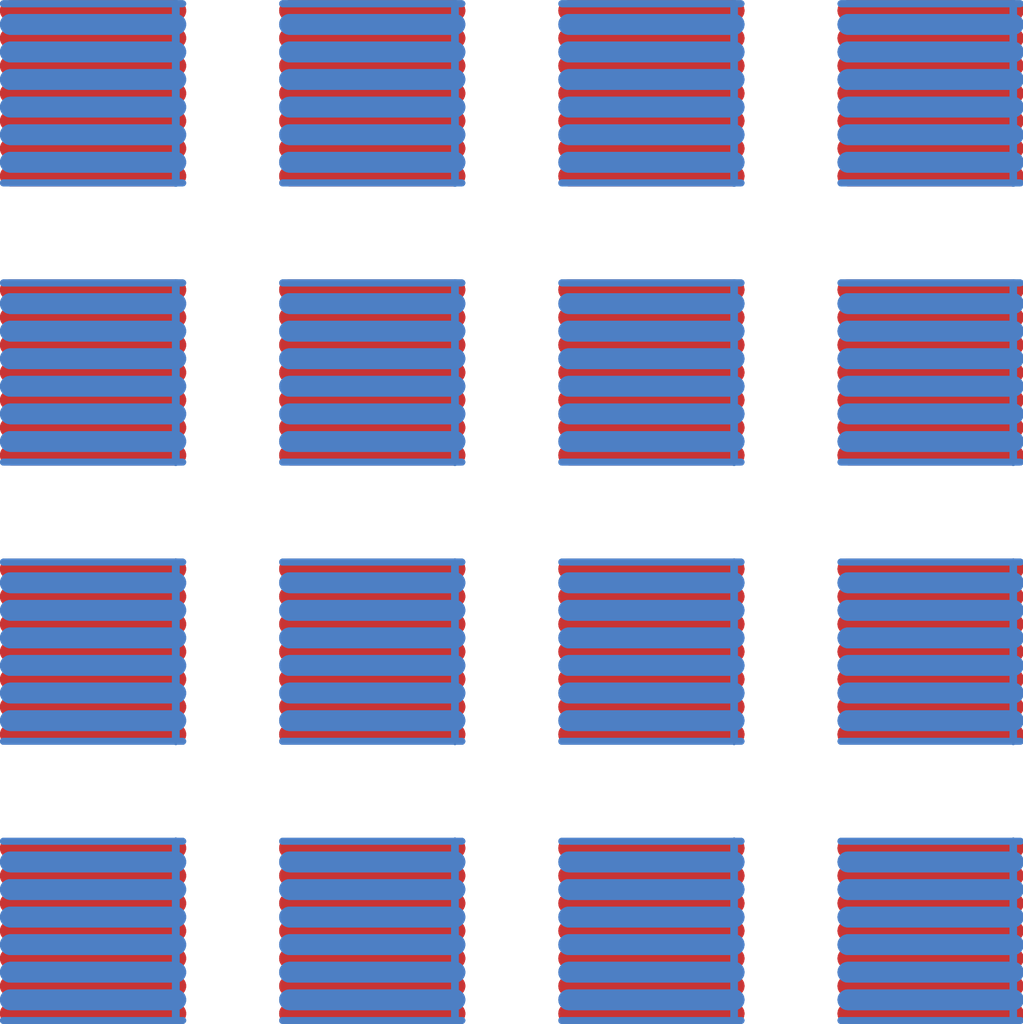
<source format=kicad_pcb>
(kicad_pcb (version 20240928)
	(generator "gerbview")
	(generator_version "9.0")

	(layers 
		(0 F.Cu signal)
		(2 B.Cu signal)
		(1 F.Mask user)
		(3 B.Mask user)
		(5 F.SilkS user)
		(7 B.SilkS user)
		(9 F.Adhes user)
		(11 B.Adhes user)
		(13 F.Paste user)
		(15 B.Paste user)
		(17 Dwgs.User user)
		(19 Cmts.User user)
		(21 Eco1.User user)
		(23 Eco2.User user)
		(25 Edge.Cuts user)
		(27 Margin user)
		(29 B.CrtYd user)
		(31 F.CrtYd user)
		(33 B.Fab user)
		(35 F.Fab user)
	)

	(segment (start 110.62316 62.87593) (end 110.62316 67.32037) (width 0.2) (layer F.Cu) (net 0))
	(segment (start 125.62316 73.33889) (end 130.0676 73.33889) (width 0.55556) (layer F.Cu) (net 0))
	(segment (start 110.62316 64.35741) (end 115.0676 64.35741) (width 0.55556) (layer F.Cu) (net 0))
	(segment (start 110.62316 56.85741) (end 115.0676 56.85741) (width 0.55556) (layer F.Cu) (net 0))
	(segment (start 133.12316 57.59815) (end 137.5676 57.59815) (width 0.55556) (layer F.Cu) (net 0))
	(segment (start 133.12316 73.33889) (end 137.5676 73.33889) (width 0.55556) (layer F.Cu) (net 0))
	(segment (start 133.12316 65.83889) (end 137.5676 65.83889) (width 0.55556) (layer F.Cu) (net 0))
	(segment (start 110.62316 70.37593) (end 110.62316 74.82037) (width 0.2) (layer F.Cu) (net 0))
	(segment (start 118.12316 73.33889) (end 122.5676 73.33889) (width 0.55556) (layer F.Cu) (net 0))
	(segment (start 118.12316 65.83889) (end 122.5676 65.83889) (width 0.55556) (layer F.Cu) (net 0))
	(segment (start 125.62316 66.57963) (end 130.0676 66.57963) (width 0.55556) (layer F.Cu) (net 0))
	(segment (start 133.12316 74.82037) (end 137.5676 74.82037) (width 0.55556) (layer F.Cu) (net 0))
	(segment (start 125.62316 55.37593) (end 130.0676 55.37593) (width 0.55556) (layer F.Cu) (net 0))
	(segment (start 118.12316 51.57963) (end 122.5676 51.57963) (width 0.55556) (layer F.Cu) (net 0))
	(segment (start 133.12316 73.33889) (end 137.5676 73.33889) (width 0.55556) (layer F.Cu) (net 0))
	(segment (start 125.62316 64.35741) (end 130.0676 64.35741) (width 0.55556) (layer F.Cu) (net 0))
	(segment (start 110.62316 57.59815) (end 115.0676 57.59815) (width 0.55556) (layer F.Cu) (net 0))
	(segment (start 110.62316 71.85741) (end 115.0676 71.85741) (width 0.55556) (layer F.Cu) (net 0))
	(segment (start 118.12316 70.37593) (end 118.12316 74.82037) (width 0.2) (layer F.Cu) (net 0))
	(segment (start 118.12316 47.87593) (end 118.12316 52.32037) (width 0.2) (layer F.Cu) (net 0))
	(segment (start 125.62316 71.11667) (end 130.0676 71.11667) (width 0.55556) (layer F.Cu) (net 0))
	(segment (start 118.12316 55.37593) (end 118.12316 59.82037) (width 0.2) (layer F.Cu) (net 0))
	(segment (start 110.62316 47.87593) (end 110.62316 52.32037) (width 0.2) (layer F.Cu) (net 0))
	(segment (start 118.12316 63.61667) (end 122.5676 63.61667) (width 0.55556) (layer F.Cu) (net 0))
	(segment (start 110.62316 63.61667) (end 115.0676 63.61667) (width 0.55556) (layer F.Cu) (net 0))
	(segment (start 118.12316 71.11667) (end 122.5676 71.11667) (width 0.55556) (layer F.Cu) (net 0))
	(segment (start 110.62316 50.09815) (end 115.0676 50.09815) (width 0.55556) (layer F.Cu) (net 0))
	(segment (start 133.12316 59.82037) (end 137.5676 59.82037) (width 0.55556) (layer F.Cu) (net 0))
	(segment (start 110.62316 64.35741) (end 115.0676 64.35741) (width 0.55556) (layer F.Cu) (net 0))
	(segment (start 133.12316 58.33889) (end 137.5676 58.33889) (width 0.55556) (layer F.Cu) (net 0))
	(segment (start 118.12316 50.09815) (end 122.5676 50.09815) (width 0.55556) (layer F.Cu) (net 0))
	(segment (start 110.62316 66.57963) (end 115.0676 66.57963) (width 0.55556) (layer F.Cu) (net 0))
	(segment (start 125.62316 47.87593) (end 130.0676 47.87593) (width 0.55556) (layer F.Cu) (net 0))
	(segment (start 118.12316 55.37593) (end 118.12316 59.82037) (width 0.2) (layer F.Cu) (net 0))
	(segment (start 110.62316 59.82037) (end 115.0676 59.82037) (width 0.55556) (layer F.Cu) (net 0))
	(segment (start 125.62316 65.09815) (end 130.0676 65.09815) (width 0.55556) (layer F.Cu) (net 0))
	(segment (start 118.12316 59.07963) (end 122.5676 59.07963) (width 0.55556) (layer F.Cu) (net 0))
	(segment (start 125.62316 56.11667) (end 130.0676 56.11667) (width 0.55556) (layer F.Cu) (net 0))
	(segment (start 110.62316 55.37593) (end 110.62316 59.82037) (width 0.2) (layer F.Cu) (net 0))
	(segment (start 133.12316 56.11667) (end 137.5676 56.11667) (width 0.55556) (layer F.Cu) (net 0))
	(segment (start 125.62316 64.35741) (end 130.0676 64.35741) (width 0.55556) (layer F.Cu) (net 0))
	(segment (start 118.12316 71.11667) (end 122.5676 71.11667) (width 0.55556) (layer F.Cu) (net 0))
	(segment (start 133.12316 48.61667) (end 137.5676 48.61667) (width 0.55556) (layer F.Cu) (net 0))
	(segment (start 118.12316 47.87593) (end 118.12316 52.32037) (width 0.2) (layer F.Cu) (net 0))
	(segment (start 110.62316 59.82037) (end 115.0676 59.82037) (width 0.55556) (layer F.Cu) (net 0))
	(segment (start 125.62316 59.07963) (end 130.0676 59.07963) (width 0.55556) (layer F.Cu) (net 0))
	(segment (start 125.62316 56.85741) (end 130.0676 56.85741) (width 0.55556) (layer F.Cu) (net 0))
	(segment (start 125.62316 67.32037) (end 130.0676 67.32037) (width 0.55556) (layer F.Cu) (net 0))
	(segment (start 110.62316 65.09815) (end 115.0676 65.09815) (width 0.55556) (layer F.Cu) (net 0))
	(segment (start 118.12316 65.83889) (end 122.5676 65.83889) (width 0.55556) (layer F.Cu) (net 0))
	(segment (start 133.12316 70.37593) (end 137.5676 70.37593) (width 0.55556) (layer F.Cu) (net 0))
	(segment (start 118.12316 59.82037) (end 122.5676 59.82037) (width 0.55556) (layer F.Cu) (net 0))
	(segment (start 133.12316 71.11667) (end 137.5676 71.11667) (width 0.55556) (layer F.Cu) (net 0))
	(segment (start 118.12316 50.83889) (end 122.5676 50.83889) (width 0.55556) (layer F.Cu) (net 0))
	(segment (start 118.12316 47.87593) (end 122.5676 47.87593) (width 0.55556) (layer F.Cu) (net 0))
	(segment (start 110.62316 59.07963) (end 115.0676 59.07963) (width 0.55556) (layer F.Cu) (net 0))
	(segment (start 125.62316 62.87593) (end 130.0676 62.87593) (width 0.55556) (layer F.Cu) (net 0))
	(segment (start 125.62316 66.57963) (end 130.0676 66.57963) (width 0.55556) (layer F.Cu) (net 0))
	(segment (start 133.12316 71.11667) (end 137.5676 71.11667) (width 0.55556) (layer F.Cu) (net 0))
	(segment (start 133.12316 47.87593) (end 133.12316 52.32037) (width 0.2) (layer F.Cu) (net 0))
	(segment (start 110.62316 71.11667) (end 115.0676 71.11667) (width 0.55556) (layer F.Cu) (net 0))
	(segment (start 110.62316 47.87593) (end 115.0676 47.87593) (width 0.55556) (layer F.Cu) (net 0))
	(segment (start 133.12316 50.83889) (end 137.5676 50.83889) (width 0.55556) (layer F.Cu) (net 0))
	(segment (start 125.62316 47.87593) (end 125.62316 52.32037) (width 0.2) (layer F.Cu) (net 0))
	(segment (start 125.62316 62.87593) (end 130.0676 62.87593) (width 0.55556) (layer F.Cu) (net 0))
	(segment (start 133.12316 72.59815) (end 137.5676 72.59815) (width 0.55556) (layer F.Cu) (net 0))
	(segment (start 133.12316 67.32037) (end 137.5676 67.32037) (width 0.55556) (layer F.Cu) (net 0))
	(segment (start 125.62316 72.59815) (end 130.0676 72.59815) (width 0.55556) (layer F.Cu) (net 0))
	(segment (start 133.12316 47.87593) (end 137.5676 47.87593) (width 0.55556) (layer F.Cu) (net 0))
	(segment (start 133.12316 71.11667) (end 137.5676 71.11667) (width 0.55556) (layer F.Cu) (net 0))
	(segment (start 118.12316 57.59815) (end 122.5676 57.59815) (width 0.55556) (layer F.Cu) (net 0))
	(segment (start 110.62316 63.61667) (end 115.0676 63.61667) (width 0.55556) (layer F.Cu) (net 0))
	(segment (start 110.62316 66.57963) (end 115.0676 66.57963) (width 0.55556) (layer F.Cu) (net 0))
	(segment (start 133.12316 52.32037) (end 137.5676 52.32037) (width 0.55556) (layer F.Cu) (net 0))
	(segment (start 118.12316 50.09815) (end 122.5676 50.09815) (width 0.55556) (layer F.Cu) (net 0))
	(segment (start 125.62316 64.35741) (end 130.0676 64.35741) (width 0.55556) (layer F.Cu) (net 0))
	(segment (start 118.12316 58.33889) (end 122.5676 58.33889) (width 0.55556) (layer F.Cu) (net 0))
	(segment (start 133.12316 72.59815) (end 137.5676 72.59815) (width 0.55556) (layer F.Cu) (net 0))
	(segment (start 125.62316 70.37593) (end 130.0676 70.37593) (width 0.55556) (layer F.Cu) (net 0))
	(segment (start 133.12316 63.61667) (end 137.5676 63.61667) (width 0.55556) (layer F.Cu) (net 0))
	(segment (start 125.62316 74.07963) (end 130.0676 74.07963) (width 0.55556) (layer F.Cu) (net 0))
	(segment (start 118.12316 74.07963) (end 122.5676 74.07963) (width 0.55556) (layer F.Cu) (net 0))
	(segment (start 118.12316 73.33889) (end 122.5676 73.33889) (width 0.55556) (layer F.Cu) (net 0))
	(segment (start 133.12316 70.37593) (end 133.12316 74.82037) (width 0.2) (layer F.Cu) (net 0))
	(segment (start 110.62316 55.37593) (end 115.0676 55.37593) (width 0.55556) (layer F.Cu) (net 0))
	(segment (start 125.62316 65.09815) (end 130.0676 65.09815) (width 0.55556) (layer F.Cu) (net 0))
	(segment (start 125.62316 67.32037) (end 130.0676 67.32037) (width 0.55556) (layer F.Cu) (net 0))
	(segment (start 110.62316 65.83889) (end 115.0676 65.83889) (width 0.55556) (layer F.Cu) (net 0))
	(segment (start 118.12316 74.07963) (end 122.5676 74.07963) (width 0.55556) (layer F.Cu) (net 0))
	(segment (start 118.12316 65.09815) (end 122.5676 65.09815) (width 0.55556) (layer F.Cu) (net 0))
	(segment (start 125.62316 48.61667) (end 130.0676 48.61667) (width 0.55556) (layer F.Cu) (net 0))
	(segment (start 118.12316 74.82037) (end 122.5676 74.82037) (width 0.55556) (layer F.Cu) (net 0))
	(segment (start 125.62316 52.32037) (end 130.0676 52.32037) (width 0.55556) (layer F.Cu) (net 0))
	(segment (start 110.62316 71.11667) (end 115.0676 71.11667) (width 0.55556) (layer F.Cu) (net 0))
	(segment (start 133.12316 62.87593) (end 137.5676 62.87593) (width 0.55556) (layer F.Cu) (net 0))
	(segment (start 125.62316 55.37593) (end 125.62316 59.82037) (width 0.2) (layer F.Cu) (net 0))
	(segment (start 133.12316 67.32037) (end 137.5676 67.32037) (width 0.55556) (layer F.Cu) (net 0))
	(segment (start 125.62316 52.32037) (end 130.0676 52.32037) (width 0.55556) (layer F.Cu) (net 0))
	(segment (start 125.62316 74.82037) (end 130.0676 74.82037) (width 0.55556) (layer F.Cu) (net 0))
	(segment (start 118.12316 51.57963) (end 122.5676 51.57963) (width 0.55556) (layer F.Cu) (net 0))
	(segment (start 133.12316 49.35741) (end 137.5676 49.35741) (width 0.55556) (layer F.Cu) (net 0))
	(segment (start 118.12316 67.32037) (end 122.5676 67.32037) (width 0.55556) (layer F.Cu) (net 0))
	(segment (start 118.12316 66.57963) (end 122.5676 66.57963) (width 0.55556) (layer F.Cu) (net 0))
	(segment (start 110.62316 47.87593) (end 115.0676 47.87593) (width 0.55556) (layer F.Cu) (net 0))
	(segment (start 125.62316 63.61667) (end 130.0676 63.61667) (width 0.55556) (layer F.Cu) (net 0))
	(segment (start 110.62316 74.07963) (end 115.0676 74.07963) (width 0.55556) (layer F.Cu) (net 0))
	(segment (start 133.12316 70.37593) (end 137.5676 70.37593) (width 0.55556) (layer F.Cu) (net 0))
	(segment (start 133.12316 57.59815) (end 137.5676 57.59815) (width 0.55556) (layer F.Cu) (net 0))
	(segment (start 133.12316 64.35741) (end 137.5676 64.35741) (width 0.55556) (layer F.Cu) (net 0))
	(segment (start 125.62316 70.37593) (end 125.62316 74.82037) (width 0.2) (layer F.Cu) (net 0))
	(segment (start 133.12316 59.82037) (end 137.5676 59.82037) (width 0.55556) (layer F.Cu) (net 0))
	(segment (start 125.62316 62.87593) (end 130.0676 62.87593) (width 0.55556) (layer F.Cu) (net 0))
	(segment (start 118.12316 48.61667) (end 122.5676 48.61667) (width 0.55556) (layer F.Cu) (net 0))
	(segment (start 118.12316 55.37593) (end 122.5676 55.37593) (width 0.55556) (layer F.Cu) (net 0))
	(segment (start 110.62316 47.87593) (end 115.0676 47.87593) (width 0.55556) (layer F.Cu) (net 0))
	(segment (start 125.62316 48.61667) (end 130.0676 48.61667) (width 0.55556) (layer F.Cu) (net 0))
	(segment (start 125.62316 71.85741) (end 130.0676 71.85741) (width 0.55556) (layer F.Cu) (net 0))
	(segment (start 110.62316 56.11667) (end 115.0676 56.11667) (width 0.55556) (layer F.Cu) (net 0))
	(segment (start 125.62316 56.85741) (end 130.0676 56.85741) (width 0.55556) (layer F.Cu) (net 0))
	(segment (start 125.62316 65.83889) (end 130.0676 65.83889) (width 0.55556) (layer F.Cu) (net 0))
	(segment (start 110.62316 71.11667) (end 115.0676 71.11667) (width 0.55556) (layer F.Cu) (net 0))
	(segment (start 118.12316 48.61667) (end 122.5676 48.61667) (width 0.55556) (layer F.Cu) (net 0))
	(segment (start 110.62316 70.37593) (end 110.62316 74.82037) (width 0.2) (layer F.Cu) (net 0))
	(segment (start 133.12316 59.82037) (end 137.5676 59.82037) (width 0.55556) (layer F.Cu) (net 0))
	(segment (start 118.12316 62.87593) (end 122.5676 62.87593) (width 0.55556) (layer F.Cu) (net 0))
	(segment (start 133.12316 74.07963) (end 137.5676 74.07963) (width 0.55556) (layer F.Cu) (net 0))
	(segment (start 133.12316 65.09815) (end 137.5676 65.09815) (width 0.55556) (layer F.Cu) (net 0))
	(segment (start 125.62316 52.32037) (end 130.0676 52.32037) (width 0.55556) (layer F.Cu) (net 0))
	(segment (start 110.62316 55.37593) (end 115.0676 55.37593) (width 0.55556) (layer F.Cu) (net 0))
	(segment (start 118.12316 55.37593) (end 122.5676 55.37593) (width 0.55556) (layer F.Cu) (net 0))
	(segment (start 133.12316 58.33889) (end 137.5676 58.33889) (width 0.55556) (layer F.Cu) (net 0))
	(segment (start 110.62316 50.09815) (end 115.0676 50.09815) (width 0.55556) (layer F.Cu) (net 0))
	(segment (start 125.62316 57.59815) (end 130.0676 57.59815) (width 0.55556) (layer F.Cu) (net 0))
	(segment (start 125.62316 63.61667) (end 130.0676 63.61667) (width 0.55556) (layer F.Cu) (net 0))
	(segment (start 125.62316 58.33889) (end 130.0676 58.33889) (width 0.55556) (layer F.Cu) (net 0))
	(segment (start 125.62316 71.11667) (end 130.0676 71.11667) (width 0.55556) (layer F.Cu) (net 0))
	(segment (start 133.12316 56.85741) (end 137.5676 56.85741) (width 0.55556) (layer F.Cu) (net 0))
	(segment (start 133.12316 52.32037) (end 137.5676 52.32037) (width 0.55556) (layer F.Cu) (net 0))
	(segment (start 110.62316 55.37593) (end 115.0676 55.37593) (width 0.55556) (layer F.Cu) (net 0))
	(segment (start 133.12316 50.09815) (end 137.5676 50.09815) (width 0.55556) (layer F.Cu) (net 0))
	(segment (start 133.12316 47.87593) (end 137.5676 47.87593) (width 0.55556) (layer F.Cu) (net 0))
	(segment (start 110.62316 48.61667) (end 115.0676 48.61667) (width 0.55556) (layer F.Cu) (net 0))
	(segment (start 125.62316 55.37593) (end 130.0676 55.37593) (width 0.55556) (layer F.Cu) (net 0))
	(segment (start 125.62316 71.11667) (end 130.0676 71.11667) (width 0.55556) (layer F.Cu) (net 0))
	(segment (start 125.62316 59.82037) (end 130.0676 59.82037) (width 0.55556) (layer F.Cu) (net 0))
	(segment (start 125.62316 59.82037) (end 130.0676 59.82037) (width 0.55556) (layer F.Cu) (net 0))
	(segment (start 133.12316 62.87593) (end 133.12316 67.32037) (width 0.2) (layer F.Cu) (net 0))
	(segment (start 110.62316 73.33889) (end 115.0676 73.33889) (width 0.55556) (layer F.Cu) (net 0))
	(segment (start 133.12316 47.87593) (end 137.5676 47.87593) (width 0.55556) (layer F.Cu) (net 0))
	(segment (start 118.12316 70.37593) (end 118.12316 74.82037) (width 0.2) (layer F.Cu) (net 0))
	(segment (start 110.62316 74.82037) (end 115.0676 74.82037) (width 0.55556) (layer F.Cu) (net 0))
	(segment (start 133.12316 47.87593) (end 133.12316 52.32037) (width 0.2) (layer F.Cu) (net 0))
	(segment (start 118.12316 72.59815) (end 122.5676 72.59815) (width 0.55556) (layer F.Cu) (net 0))
	(segment (start 118.12316 48.61667) (end 122.5676 48.61667) (width 0.55556) (layer F.Cu) (net 0))
	(segment (start 133.12316 50.09815) (end 137.5676 50.09815) (width 0.55556) (layer F.Cu) (net 0))
	(segment (start 110.62316 67.32037) (end 115.0676 67.32037) (width 0.55556) (layer F.Cu) (net 0))
	(segment (start 125.62316 50.83889) (end 130.0676 50.83889) (width 0.55556) (layer F.Cu) (net 0))
	(segment (start 110.62316 49.35741) (end 115.0676 49.35741) (width 0.55556) (layer F.Cu) (net 0))
	(segment (start 133.12316 74.07963) (end 137.5676 74.07963) (width 0.55556) (layer F.Cu) (net 0))
	(segment (start 133.12316 55.37593) (end 133.12316 59.82037) (width 0.2) (layer F.Cu) (net 0))
	(segment (start 133.12316 56.11667) (end 137.5676 56.11667) (width 0.55556) (layer F.Cu) (net 0))
	(segment (start 125.62316 73.33889) (end 130.0676 73.33889) (width 0.55556) (layer F.Cu) (net 0))
	(segment (start 118.12316 66.57963) (end 122.5676 66.57963) (width 0.55556) (layer F.Cu) (net 0))
	(segment (start 118.12316 58.33889) (end 122.5676 58.33889) (width 0.55556) (layer F.Cu) (net 0))
	(segment (start 125.62316 58.33889) (end 130.0676 58.33889) (width 0.55556) (layer F.Cu) (net 0))
	(segment (start 118.12316 47.87593) (end 118.12316 52.32037) (width 0.2) (layer F.Cu) (net 0))
	(segment (start 110.62316 62.87593) (end 115.0676 62.87593) (width 0.55556) (layer F.Cu) (net 0))
	(segment (start 118.12316 62.87593) (end 118.12316 67.32037) (width 0.2) (layer F.Cu) (net 0))
	(segment (start 133.12316 62.87593) (end 137.5676 62.87593) (width 0.55556) (layer F.Cu) (net 0))
	(segment (start 133.12316 62.87593) (end 137.5676 62.87593) (width 0.55556) (layer F.Cu) (net 0))
	(segment (start 110.62316 51.57963) (end 115.0676 51.57963) (width 0.55556) (layer F.Cu) (net 0))
	(segment (start 133.12316 66.57963) (end 137.5676 66.57963) (width 0.55556) (layer F.Cu) (net 0))
	(segment (start 133.12316 64.35741) (end 137.5676 64.35741) (width 0.55556) (layer F.Cu) (net 0))
	(segment (start 118.12316 74.82037) (end 122.5676 74.82037) (width 0.55556) (layer F.Cu) (net 0))
	(segment (start 133.12316 51.57963) (end 137.5676 51.57963) (width 0.55556) (layer F.Cu) (net 0))
	(segment (start 110.62316 50.83889) (end 115.0676 50.83889) (width 0.55556) (layer F.Cu) (net 0))
	(segment (start 118.12316 56.11667) (end 122.5676 56.11667) (width 0.55556) (layer F.Cu) (net 0))
	(segment (start 125.62316 62.87593) (end 125.62316 67.32037) (width 0.2) (layer F.Cu) (net 0))
	(segment (start 110.62316 62.87593) (end 115.0676 62.87593) (width 0.55556) (layer F.Cu) (net 0))
	(segment (start 133.12316 56.85741) (end 137.5676 56.85741) (width 0.55556) (layer F.Cu) (net 0))
	(segment (start 118.12316 62.87593) (end 122.5676 62.87593) (width 0.55556) (layer F.Cu) (net 0))
	(segment (start 118.12316 56.85741) (end 122.5676 56.85741) (width 0.55556) (layer F.Cu) (net 0))
	(segment (start 133.12316 72.59815) (end 137.5676 72.59815) (width 0.55556) (layer F.Cu) (net 0))
	(segment (start 118.12316 67.32037) (end 122.5676 67.32037) (width 0.55556) (layer F.Cu) (net 0))
	(segment (start 133.12316 49.35741) (end 137.5676 49.35741) (width 0.55556) (layer F.Cu) (net 0))
	(segment (start 118.12316 63.61667) (end 122.5676 63.61667) (width 0.55556) (layer F.Cu) (net 0))
	(segment (start 110.62316 56.11667) (end 115.0676 56.11667) (width 0.55556) (layer F.Cu) (net 0))
	(segment (start 118.12316 65.09815) (end 122.5676 65.09815) (width 0.55556) (layer F.Cu) (net 0))
	(segment (start 118.12316 57.59815) (end 122.5676 57.59815) (width 0.55556) (layer F.Cu) (net 0))
	(segment (start 118.12316 62.87593) (end 118.12316 67.32037) (width 0.2) (layer F.Cu) (net 0))
	(segment (start 133.12316 55.37593) (end 137.5676 55.37593) (width 0.55556) (layer F.Cu) (net 0))
	(segment (start 125.62316 59.07963) (end 130.0676 59.07963) (width 0.55556) (layer F.Cu) (net 0))
	(segment (start 118.12316 52.32037) (end 122.5676 52.32037) (width 0.55556) (layer F.Cu) (net 0))
	(segment (start 110.62316 51.57963) (end 115.0676 51.57963) (width 0.55556) (layer F.Cu) (net 0))
	(segment (start 125.62316 65.83889) (end 130.0676 65.83889) (width 0.55556) (layer F.Cu) (net 0))
	(segment (start 133.12316 55.37593) (end 137.5676 55.37593) (width 0.55556) (layer F.Cu) (net 0))
	(segment (start 118.12316 49.35741) (end 122.5676 49.35741) (width 0.55556) (layer F.Cu) (net 0))
	(segment (start 118.12316 67.32037) (end 122.5676 67.32037) (width 0.55556) (layer F.Cu) (net 0))
	(segment (start 110.62316 65.83889) (end 115.0676 65.83889) (width 0.55556) (layer F.Cu) (net 0))
	(segment (start 125.62316 55.37593) (end 125.62316 59.82037) (width 0.2) (layer F.Cu) (net 0))
	(segment (start 133.12316 62.87593) (end 133.12316 67.32037) (width 0.2) (layer F.Cu) (net 0))
	(segment (start 125.62316 50.83889) (end 130.0676 50.83889) (width 0.55556) (layer F.Cu) (net 0))
	(segment (start 133.12316 66.57963) (end 137.5676 66.57963) (width 0.55556) (layer F.Cu) (net 0))
	(segment (start 118.12316 70.37593) (end 122.5676 70.37593) (width 0.55556) (layer F.Cu) (net 0))
	(segment (start 118.12316 70.37593) (end 118.12316 74.82037) (width 0.2) (layer F.Cu) (net 0))
	(segment (start 110.62316 74.82037) (end 115.0676 74.82037) (width 0.55556) (layer F.Cu) (net 0))
	(segment (start 118.12316 59.82037) (end 122.5676 59.82037) (width 0.55556) (layer F.Cu) (net 0))
	(segment (start 110.62316 56.11667) (end 115.0676 56.11667) (width 0.55556) (layer F.Cu) (net 0))
	(segment (start 110.62316 59.07963) (end 115.0676 59.07963) (width 0.55556) (layer F.Cu) (net 0))
	(segment (start 110.62316 65.83889) (end 115.0676 65.83889) (width 0.55556) (layer F.Cu) (net 0))
	(segment (start 133.12316 65.83889) (end 137.5676 65.83889) (width 0.55556) (layer F.Cu) (net 0))
	(segment (start 133.12316 50.83889) (end 137.5676 50.83889) (width 0.55556) (layer F.Cu) (net 0))
	(segment (start 118.12316 64.35741) (end 122.5676 64.35741) (width 0.55556) (layer F.Cu) (net 0))
	(segment (start 125.62316 74.07963) (end 130.0676 74.07963) (width 0.55556) (layer F.Cu) (net 0))
	(segment (start 133.12316 58.33889) (end 137.5676 58.33889) (width 0.55556) (layer F.Cu) (net 0))
	(segment (start 110.62316 72.59815) (end 115.0676 72.59815) (width 0.55556) (layer F.Cu) (net 0))
	(segment (start 110.62316 72.59815) (end 115.0676 72.59815) (width 0.55556) (layer F.Cu) (net 0))
	(segment (start 125.62316 49.35741) (end 130.0676 49.35741) (width 0.55556) (layer F.Cu) (net 0))
	(segment (start 110.62316 47.87593) (end 110.62316 52.32037) (width 0.2) (layer F.Cu) (net 0))
	(segment (start 118.12316 71.85741) (end 122.5676 71.85741) (width 0.55556) (layer F.Cu) (net 0))
	(segment (start 133.12316 66.57963) (end 137.5676 66.57963) (width 0.55556) (layer F.Cu) (net 0))
	(segment (start 133.12316 71.85741) (end 137.5676 71.85741) (width 0.55556) (layer F.Cu) (net 0))
	(segment (start 110.62316 67.32037) (end 115.0676 67.32037) (width 0.55556) (layer F.Cu) (net 0))
	(segment (start 125.62316 48.61667) (end 130.0676 48.61667) (width 0.55556) (layer F.Cu) (net 0))
	(segment (start 125.62316 50.83889) (end 130.0676 50.83889) (width 0.55556) (layer F.Cu) (net 0))
	(segment (start 110.62316 63.61667) (end 115.0676 63.61667) (width 0.55556) (layer F.Cu) (net 0))
	(segment (start 110.62316 70.37593) (end 115.0676 70.37593) (width 0.55556) (layer F.Cu) (net 0))
	(segment (start 110.62316 58.33889) (end 115.0676 58.33889) (width 0.55556) (layer F.Cu) (net 0))
	(segment (start 133.12316 57.59815) (end 137.5676 57.59815) (width 0.55556) (layer F.Cu) (net 0))
	(segment (start 118.12316 71.85741) (end 122.5676 71.85741) (width 0.55556) (layer F.Cu) (net 0))
	(segment (start 110.62316 70.37593) (end 115.0676 70.37593) (width 0.55556) (layer F.Cu) (net 0))
	(segment (start 110.62316 65.09815) (end 115.0676 65.09815) (width 0.55556) (layer F.Cu) (net 0))
	(segment (start 110.62316 64.35741) (end 115.0676 64.35741) (width 0.55556) (layer F.Cu) (net 0))
	(segment (start 125.62316 74.07963) (end 130.0676 74.07963) (width 0.55556) (layer F.Cu) (net 0))
	(segment (start 125.62316 55.37593) (end 130.0676 55.37593) (width 0.55556) (layer F.Cu) (net 0))
	(segment (start 118.12316 47.87593) (end 122.5676 47.87593) (width 0.55556) (layer F.Cu) (net 0))
	(segment (start 118.12316 57.59815) (end 122.5676 57.59815) (width 0.55556) (layer F.Cu) (net 0))
	(segment (start 110.62316 73.33889) (end 115.0676 73.33889) (width 0.55556) (layer F.Cu) (net 0))
	(segment (start 110.62316 50.83889) (end 115.0676 50.83889) (width 0.55556) (layer F.Cu) (net 0))
	(segment (start 125.62316 70.37593) (end 130.0676 70.37593) (width 0.55556) (layer F.Cu) (net 0))
	(segment (start 110.62316 55.37593) (end 110.62316 59.82037) (width 0.2) (layer F.Cu) (net 0))
	(segment (start 125.62316 67.32037) (end 130.0676 67.32037) (width 0.55556) (layer F.Cu) (net 0))
	(segment (start 118.12316 64.35741) (end 122.5676 64.35741) (width 0.55556) (layer F.Cu) (net 0))
	(segment (start 125.62316 63.61667) (end 130.0676 63.61667) (width 0.55556) (layer F.Cu) (net 0))
	(segment (start 133.12316 74.07963) (end 137.5676 74.07963) (width 0.55556) (layer F.Cu) (net 0))
	(segment (start 118.12316 50.09815) (end 122.5676 50.09815) (width 0.55556) (layer F.Cu) (net 0))
	(segment (start 125.62316 71.85741) (end 130.0676 71.85741) (width 0.55556) (layer F.Cu) (net 0))
	(segment (start 133.12316 74.82037) (end 137.5676 74.82037) (width 0.55556) (layer F.Cu) (net 0))
	(segment (start 118.12316 49.35741) (end 122.5676 49.35741) (width 0.55556) (layer F.Cu) (net 0))
	(segment (start 110.62316 74.07963) (end 115.0676 74.07963) (width 0.55556) (layer F.Cu) (net 0))
	(segment (start 133.12316 51.57963) (end 137.5676 51.57963) (width 0.55556) (layer F.Cu) (net 0))
	(segment (start 133.12316 55.37593) (end 133.12316 59.82037) (width 0.2) (layer F.Cu) (net 0))
	(segment (start 118.12316 62.87593) (end 118.12316 67.32037) (width 0.2) (layer F.Cu) (net 0))
	(segment (start 110.62316 50.09815) (end 115.0676 50.09815) (width 0.55556) (layer F.Cu) (net 0))
	(segment (start 133.12316 52.32037) (end 137.5676 52.32037) (width 0.55556) (layer F.Cu) (net 0))
	(segment (start 118.12316 70.37593) (end 122.5676 70.37593) (width 0.55556) (layer F.Cu) (net 0))
	(segment (start 125.62316 59.07963) (end 130.0676 59.07963) (width 0.55556) (layer F.Cu) (net 0))
	(segment (start 110.62316 70.37593) (end 115.0676 70.37593) (width 0.55556) (layer F.Cu) (net 0))
	(segment (start 118.12316 74.82037) (end 122.5676 74.82037) (width 0.55556) (layer F.Cu) (net 0))
	(segment (start 110.62316 52.32037) (end 115.0676 52.32037) (width 0.55556) (layer F.Cu) (net 0))
	(segment (start 125.62316 57.59815) (end 130.0676 57.59815) (width 0.55556) (layer F.Cu) (net 0))
	(segment (start 110.62316 62.87593) (end 110.62316 67.32037) (width 0.2) (layer F.Cu) (net 0))
	(segment (start 133.12316 74.82037) (end 137.5676 74.82037) (width 0.55556) (layer F.Cu) (net 0))
	(segment (start 110.62316 55.37593) (end 110.62316 59.82037) (width 0.2) (layer F.Cu) (net 0))
	(segment (start 110.62316 52.32037) (end 115.0676 52.32037) (width 0.55556) (layer F.Cu) (net 0))
	(segment (start 110.62316 67.32037) (end 115.0676 67.32037) (width 0.55556) (layer F.Cu) (net 0))
	(segment (start 125.62316 72.59815) (end 130.0676 72.59815) (width 0.55556) (layer F.Cu) (net 0))
	(segment (start 133.12316 48.61667) (end 137.5676 48.61667) (width 0.55556) (layer F.Cu) (net 0))
	(segment (start 133.12316 49.35741) (end 137.5676 49.35741) (width 0.55556) (layer F.Cu) (net 0))
	(segment (start 118.12316 66.57963) (end 122.5676 66.57963) (width 0.55556) (layer F.Cu) (net 0))
	(segment (start 125.62316 59.82037) (end 130.0676 59.82037) (width 0.55556) (layer F.Cu) (net 0))
	(segment (start 110.62316 71.85741) (end 115.0676 71.85741) (width 0.55556) (layer F.Cu) (net 0))
	(segment (start 110.62316 48.61667) (end 115.0676 48.61667) (width 0.55556) (layer F.Cu) (net 0))
	(segment (start 125.62316 70.37593) (end 130.0676 70.37593) (width 0.55556) (layer F.Cu) (net 0))
	(segment (start 125.62316 72.59815) (end 130.0676 72.59815) (width 0.55556) (layer F.Cu) (net 0))
	(segment (start 125.62316 74.82037) (end 130.0676 74.82037) (width 0.55556) (layer F.Cu) (net 0))
	(segment (start 125.62316 49.35741) (end 130.0676 49.35741) (width 0.55556) (layer F.Cu) (net 0))
	(segment (start 133.12316 50.83889) (end 137.5676 50.83889) (width 0.55556) (layer F.Cu) (net 0))
	(segment (start 125.62316 56.11667) (end 130.0676 56.11667) (width 0.55556) (layer F.Cu) (net 0))
	(segment (start 125.62316 47.87593) (end 130.0676 47.87593) (width 0.55556) (layer F.Cu) (net 0))
	(segment (start 110.62316 65.09815) (end 115.0676 65.09815) (width 0.55556) (layer F.Cu) (net 0))
	(segment (start 133.12316 65.09815) (end 137.5676 65.09815) (width 0.55556) (layer F.Cu) (net 0))
	(segment (start 118.12316 56.85741) (end 122.5676 56.85741) (width 0.55556) (layer F.Cu) (net 0))
	(segment (start 125.62316 56.11667) (end 130.0676 56.11667) (width 0.55556) (layer F.Cu) (net 0))
	(segment (start 133.12316 63.61667) (end 137.5676 63.61667) (width 0.55556) (layer F.Cu) (net 0))
	(segment (start 125.62316 50.09815) (end 130.0676 50.09815) (width 0.55556) (layer F.Cu) (net 0))
	(segment (start 110.62316 49.35741) (end 115.0676 49.35741) (width 0.55556) (layer F.Cu) (net 0))
	(segment (start 133.12316 50.09815) (end 137.5676 50.09815) (width 0.55556) (layer F.Cu) (net 0))
	(segment (start 125.62316 51.57963) (end 130.0676 51.57963) (width 0.55556) (layer F.Cu) (net 0))
	(segment (start 125.62316 73.33889) (end 130.0676 73.33889) (width 0.55556) (layer F.Cu) (net 0))
	(segment (start 118.12316 62.87593) (end 122.5676 62.87593) (width 0.55556) (layer F.Cu) (net 0))
	(segment (start 125.62316 62.87593) (end 125.62316 67.32037) (width 0.2) (layer F.Cu) (net 0))
	(segment (start 133.12316 47.87593) (end 133.12316 52.32037) (width 0.2) (layer F.Cu) (net 0))
	(segment (start 110.62316 62.87593) (end 110.62316 67.32037) (width 0.2) (layer F.Cu) (net 0))
	(segment (start 133.12316 56.85741) (end 137.5676 56.85741) (width 0.55556) (layer F.Cu) (net 0))
	(segment (start 125.62316 55.37593) (end 125.62316 59.82037) (width 0.2) (layer F.Cu) (net 0))
	(segment (start 118.12316 49.35741) (end 122.5676 49.35741) (width 0.55556) (layer F.Cu) (net 0))
	(segment (start 125.62316 70.37593) (end 125.62316 74.82037) (width 0.2) (layer F.Cu) (net 0))
	(segment (start 125.62316 47.87593) (end 130.0676 47.87593) (width 0.55556) (layer F.Cu) (net 0))
	(segment (start 133.12316 64.35741) (end 137.5676 64.35741) (width 0.55556) (layer F.Cu) (net 0))
	(segment (start 125.62316 66.57963) (end 130.0676 66.57963) (width 0.55556) (layer F.Cu) (net 0))
	(segment (start 133.12316 67.32037) (end 137.5676 67.32037) (width 0.55556) (layer F.Cu) (net 0))
	(segment (start 133.12316 48.61667) (end 137.5676 48.61667) (width 0.55556) (layer F.Cu) (net 0))
	(segment (start 125.62316 49.35741) (end 130.0676 49.35741) (width 0.55556) (layer F.Cu) (net 0))
	(segment (start 118.12316 50.83889) (end 122.5676 50.83889) (width 0.55556) (layer F.Cu) (net 0))
	(segment (start 118.12316 52.32037) (end 122.5676 52.32037) (width 0.55556) (layer F.Cu) (net 0))
	(segment (start 118.12316 55.37593) (end 118.12316 59.82037) (width 0.2) (layer F.Cu) (net 0))
	(segment (start 133.12316 56.11667) (end 137.5676 56.11667) (width 0.55556) (layer F.Cu) (net 0))
	(segment (start 118.12316 74.07963) (end 122.5676 74.07963) (width 0.55556) (layer F.Cu) (net 0))
	(segment (start 125.62316 71.85741) (end 130.0676 71.85741) (width 0.55556) (layer F.Cu) (net 0))
	(segment (start 133.12316 65.83889) (end 137.5676 65.83889) (width 0.55556) (layer F.Cu) (net 0))
	(segment (start 125.62316 51.57963) (end 130.0676 51.57963) (width 0.55556) (layer F.Cu) (net 0))
	(segment (start 133.12316 65.09815) (end 137.5676 65.09815) (width 0.55556) (layer F.Cu) (net 0))
	(segment (start 118.12316 71.85741) (end 122.5676 71.85741) (width 0.55556) (layer F.Cu) (net 0))
	(segment (start 133.12316 73.33889) (end 137.5676 73.33889) (width 0.55556) (layer F.Cu) (net 0))
	(segment (start 133.12316 59.07963) (end 137.5676 59.07963) (width 0.55556) (layer F.Cu) (net 0))
	(segment (start 110.62316 59.07963) (end 115.0676 59.07963) (width 0.55556) (layer F.Cu) (net 0))
	(segment (start 110.62316 52.32037) (end 115.0676 52.32037) (width 0.55556) (layer F.Cu) (net 0))
	(segment (start 118.12316 59.07963) (end 122.5676 59.07963) (width 0.55556) (layer F.Cu) (net 0))
	(segment (start 110.62316 71.85741) (end 115.0676 71.85741) (width 0.55556) (layer F.Cu) (net 0))
	(segment (start 133.12316 59.07963) (end 137.5676 59.07963) (width 0.55556) (layer F.Cu) (net 0))
	(segment (start 110.62316 50.83889) (end 115.0676 50.83889) (width 0.55556) (layer F.Cu) (net 0))
	(segment (start 118.12316 59.82037) (end 122.5676 59.82037) (width 0.55556) (layer F.Cu) (net 0))
	(segment (start 110.62316 49.35741) (end 115.0676 49.35741) (width 0.55556) (layer F.Cu) (net 0))
	(segment (start 110.62316 74.07963) (end 115.0676 74.07963) (width 0.55556) (layer F.Cu) (net 0))
	(segment (start 125.62316 65.09815) (end 130.0676 65.09815) (width 0.55556) (layer F.Cu) (net 0))
	(segment (start 118.12316 73.33889) (end 122.5676 73.33889) (width 0.55556) (layer F.Cu) (net 0))
	(segment (start 133.12316 71.85741) (end 137.5676 71.85741) (width 0.55556) (layer F.Cu) (net 0))
	(segment (start 125.62316 74.82037) (end 130.0676 74.82037) (width 0.55556) (layer F.Cu) (net 0))
	(segment (start 133.12316 55.37593) (end 133.12316 59.82037) (width 0.2) (layer F.Cu) (net 0))
	(segment (start 118.12316 59.07963) (end 122.5676 59.07963) (width 0.55556) (layer F.Cu) (net 0))
	(segment (start 110.62316 70.37593) (end 110.62316 74.82037) (width 0.2) (layer F.Cu) (net 0))
	(segment (start 125.62316 62.87593) (end 125.62316 67.32037) (width 0.2) (layer F.Cu) (net 0))
	(segment (start 125.62316 56.85741) (end 130.0676 56.85741) (width 0.55556) (layer F.Cu) (net 0))
	(segment (start 125.62316 58.33889) (end 130.0676 58.33889) (width 0.55556) (layer F.Cu) (net 0))
	(segment (start 125.62316 47.87593) (end 125.62316 52.32037) (width 0.2) (layer F.Cu) (net 0))
	(segment (start 125.62316 50.09815) (end 130.0676 50.09815) (width 0.55556) (layer F.Cu) (net 0))
	(segment (start 118.12316 65.09815) (end 122.5676 65.09815) (width 0.55556) (layer F.Cu) (net 0))
	(segment (start 118.12316 52.32037) (end 122.5676 52.32037) (width 0.55556) (layer F.Cu) (net 0))
	(segment (start 118.12316 47.87593) (end 122.5676 47.87593) (width 0.55556) (layer F.Cu) (net 0))
	(segment (start 110.62316 72.59815) (end 115.0676 72.59815) (width 0.55556) (layer F.Cu) (net 0))
	(segment (start 110.62316 48.61667) (end 115.0676 48.61667) (width 0.55556) (layer F.Cu) (net 0))
	(segment (start 110.62316 56.85741) (end 115.0676 56.85741) (width 0.55556) (layer F.Cu) (net 0))
	(segment (start 133.12316 63.61667) (end 137.5676 63.61667) (width 0.55556) (layer F.Cu) (net 0))
	(segment (start 118.12316 72.59815) (end 122.5676 72.59815) (width 0.55556) (layer F.Cu) (net 0))
	(segment (start 110.62316 57.59815) (end 115.0676 57.59815) (width 0.55556) (layer F.Cu) (net 0))
	(segment (start 110.62316 57.59815) (end 115.0676 57.59815) (width 0.55556) (layer F.Cu) (net 0))
	(segment (start 133.12316 62.87593) (end 133.12316 67.32037) (width 0.2) (layer F.Cu) (net 0))
	(segment (start 133.12316 71.85741) (end 137.5676 71.85741) (width 0.55556) (layer F.Cu) (net 0))
	(segment (start 110.62316 47.87593) (end 110.62316 52.32037) (width 0.2) (layer F.Cu) (net 0))
	(segment (start 133.12316 70.37593) (end 133.12316 74.82037) (width 0.2) (layer F.Cu) (net 0))
	(segment (start 118.12316 58.33889) (end 122.5676 58.33889) (width 0.55556) (layer F.Cu) (net 0))
	(segment (start 133.12316 55.37593) (end 137.5676 55.37593) (width 0.55556) (layer F.Cu) (net 0))
	(segment (start 118.12316 56.11667) (end 122.5676 56.11667) (width 0.55556) (layer F.Cu) (net 0))
	(segment (start 125.62316 47.87593) (end 125.62316 52.32037) (width 0.2) (layer F.Cu) (net 0))
	(segment (start 125.62316 51.57963) (end 130.0676 51.57963) (width 0.55556) (layer F.Cu) (net 0))
	(segment (start 133.12316 51.57963) (end 137.5676 51.57963) (width 0.55556) (layer F.Cu) (net 0))
	(segment (start 110.62316 58.33889) (end 115.0676 58.33889) (width 0.55556) (layer F.Cu) (net 0))
	(segment (start 118.12316 70.37593) (end 122.5676 70.37593) (width 0.55556) (layer F.Cu) (net 0))
	(segment (start 118.12316 55.37593) (end 122.5676 55.37593) (width 0.55556) (layer F.Cu) (net 0))
	(segment (start 133.12316 59.07963) (end 137.5676 59.07963) (width 0.55556) (layer F.Cu) (net 0))
	(segment (start 133.12316 70.37593) (end 137.5676 70.37593) (width 0.55556) (layer F.Cu) (net 0))
	(segment (start 125.62316 50.09815) (end 130.0676 50.09815) (width 0.55556) (layer F.Cu) (net 0))
	(segment (start 110.62316 58.33889) (end 115.0676 58.33889) (width 0.55556) (layer F.Cu) (net 0))
	(segment (start 110.62316 51.57963) (end 115.0676 51.57963) (width 0.55556) (layer F.Cu) (net 0))
	(segment (start 118.12316 56.11667) (end 122.5676 56.11667) (width 0.55556) (layer F.Cu) (net 0))
	(segment (start 125.62316 70.37593) (end 125.62316 74.82037) (width 0.2) (layer F.Cu) (net 0))
	(segment (start 118.12316 64.35741) (end 122.5676 64.35741) (width 0.55556) (layer F.Cu) (net 0))
	(segment (start 118.12316 63.61667) (end 122.5676 63.61667) (width 0.55556) (layer F.Cu) (net 0))
	(segment (start 110.62316 56.85741) (end 115.0676 56.85741) (width 0.55556) (layer F.Cu) (net 0))
	(segment (start 118.12316 51.57963) (end 122.5676 51.57963) (width 0.55556) (layer F.Cu) (net 0))
	(segment (start 118.12316 71.11667) (end 122.5676 71.11667) (width 0.55556) (layer F.Cu) (net 0))
	(segment (start 110.62316 62.87593) (end 115.0676 62.87593) (width 0.55556) (layer F.Cu) (net 0))
	(segment (start 118.12316 72.59815) (end 122.5676 72.59815) (width 0.55556) (layer F.Cu) (net 0))
	(segment (start 125.62316 57.59815) (end 130.0676 57.59815) (width 0.55556) (layer F.Cu) (net 0))
	(segment (start 110.62316 73.33889) (end 115.0676 73.33889) (width 0.55556) (layer F.Cu) (net 0))
	(segment (start 110.62316 74.82037) (end 115.0676 74.82037) (width 0.55556) (layer F.Cu) (net 0))
	(segment (start 118.12316 56.85741) (end 122.5676 56.85741) (width 0.55556) (layer F.Cu) (net 0))
	(segment (start 110.62316 66.57963) (end 115.0676 66.57963) (width 0.55556) (layer F.Cu) (net 0))
	(segment (start 110.62316 59.82037) (end 115.0676 59.82037) (width 0.55556) (layer F.Cu) (net 0))
	(segment (start 118.12316 65.83889) (end 122.5676 65.83889) (width 0.55556) (layer F.Cu) (net 0))
	(segment (start 118.12316 50.83889) (end 122.5676 50.83889) (width 0.55556) (layer F.Cu) (net 0))
	(segment (start 125.62316 65.83889) (end 130.0676 65.83889) (width 0.55556) (layer F.Cu) (net 0))
	(segment (start 133.12316 70.37593) (end 133.12316 74.82037) (width 0.2) (layer F.Cu) (net 0))
	(segment (start 133.12316 72.96852) (end 137.5676 72.96852) (width 0.55556) (layer B.Cu) (net 0))
	(segment (start 118.12316 72.96852) (end 122.5676 72.96852) (width 0.55556) (layer B.Cu) (net 0))
	(segment (start 110.43797 62.69074) (end 115.25279 62.69074) (width 0.18519) (layer B.Cu) (net 0))
	(segment (start 110.62316 51.20926) (end 115.0676 51.20926) (width 0.55556) (layer B.Cu) (net 0))
	(segment (start 110.62316 72.22778) (end 115.0676 72.22778) (width 0.55556) (layer B.Cu) (net 0))
	(segment (start 122.5676 67.50556) (end 122.5676 62.69074) (width 0.2) (layer B.Cu) (net 0))
	(segment (start 118.12316 51.95) (end 122.5676 51.95) (width 0.55556) (layer B.Cu) (net 0))
	(segment (start 133.12316 65.46852) (end 137.5676 65.46852) (width 0.55556) (layer B.Cu) (net 0))
	(segment (start 110.62316 70.7463) (end 115.0676 70.7463) (width 0.55556) (layer B.Cu) (net 0))
	(segment (start 110.62316 65.46852) (end 115.0676 65.46852) (width 0.55556) (layer B.Cu) (net 0))
	(segment (start 115.0676 52.50556) (end 115.0676 47.69074) (width 0.2) (layer B.Cu) (net 0))
	(segment (start 110.62316 71.48704) (end 115.0676 71.48704) (width 0.55556) (layer B.Cu) (net 0))
	(segment (start 125.62316 63.98704) (end 130.0676 63.98704) (width 0.55556) (layer B.Cu) (net 0))
	(segment (start 118.12316 74.45) (end 122.5676 74.45) (width 0.55556) (layer B.Cu) (net 0))
	(segment (start 133.12316 57.96852) (end 137.5676 57.96852) (width 0.55556) (layer B.Cu) (net 0))
	(segment (start 133.12316 63.2463) (end 137.5676 63.2463) (width 0.55556) (layer B.Cu) (net 0))
	(segment (start 125.43797 52.50556) (end 130.25279 52.50556) (width 0.18519) (layer B.Cu) (net 0))
	(segment (start 133.12316 48.98704) (end 137.5676 48.98704) (width 0.55556) (layer B.Cu) (net 0))
	(segment (start 137.5676 75.00556) (end 137.5676 70.19074) (width 0.2) (layer B.Cu) (net 0))
	(segment (start 110.62316 51.20926) (end 115.0676 51.20926) (width 0.55556) (layer B.Cu) (net 0))
	(segment (start 133.12316 72.22778) (end 137.5676 72.22778) (width 0.55556) (layer B.Cu) (net 0))
	(segment (start 125.62316 49.72778) (end 130.0676 49.72778) (width 0.55556) (layer B.Cu) (net 0))
	(segment (start 118.12316 49.72778) (end 122.5676 49.72778) (width 0.55556) (layer B.Cu) (net 0))
	(segment (start 125.43797 67.50556) (end 130.25279 67.50556) (width 0.18519) (layer B.Cu) (net 0))
	(segment (start 133.12316 49.72778) (end 137.5676 49.72778) (width 0.55556) (layer B.Cu) (net 0))
	(segment (start 125.62316 71.48704) (end 130.0676 71.48704) (width 0.55556) (layer B.Cu) (net 0))
	(segment (start 110.43797 70.19074) (end 115.25279 70.19074) (width 0.18519) (layer B.Cu) (net 0))
	(segment (start 125.62316 48.98704) (end 130.0676 48.98704) (width 0.55556) (layer B.Cu) (net 0))
	(segment (start 118.12316 66.95) (end 122.5676 66.95) (width 0.55556) (layer B.Cu) (net 0))
	(segment (start 133.12316 63.98704) (end 137.5676 63.98704) (width 0.55556) (layer B.Cu) (net 0))
	(segment (start 118.12316 57.22778) (end 122.5676 57.22778) (width 0.55556) (layer B.Cu) (net 0))
	(segment (start 133.12316 51.95) (end 137.5676 51.95) (width 0.55556) (layer B.Cu) (net 0))
	(segment (start 117.93797 60.00556) (end 122.75279 60.00556) (width 0.18519) (layer B.Cu) (net 0))
	(segment (start 122.5676 60.00556) (end 122.5676 55.19074) (width 0.2) (layer B.Cu) (net 0))
	(segment (start 133.12316 51.20926) (end 137.5676 51.20926) (width 0.55556) (layer B.Cu) (net 0))
	(segment (start 118.12316 72.96852) (end 122.5676 72.96852) (width 0.55556) (layer B.Cu) (net 0))
	(segment (start 110.62316 58.70926) (end 115.0676 58.70926) (width 0.55556) (layer B.Cu) (net 0))
	(segment (start 115.0676 60.00556) (end 115.0676 55.19074) (width 0.2) (layer B.Cu) (net 0))
	(segment (start 110.43797 52.50556) (end 115.25279 52.50556) (width 0.18519) (layer B.Cu) (net 0))
	(segment (start 130.0676 60.00556) (end 130.0676 55.19074) (width 0.2) (layer B.Cu) (net 0))
	(segment (start 118.12316 55.7463) (end 122.5676 55.7463) (width 0.55556) (layer B.Cu) (net 0))
	(segment (start 110.62316 55.7463) (end 115.0676 55.7463) (width 0.55556) (layer B.Cu) (net 0))
	(segment (start 133.12316 64.72778) (end 137.5676 64.72778) (width 0.55556) (layer B.Cu) (net 0))
	(segment (start 117.93797 47.69074) (end 122.75279 47.69074) (width 0.18519) (layer B.Cu) (net 0))
	(segment (start 132.93797 70.19074) (end 137.75279 70.19074) (width 0.18519) (layer B.Cu) (net 0))
	(segment (start 110.62316 72.22778) (end 115.0676 72.22778) (width 0.55556) (layer B.Cu) (net 0))
	(segment (start 117.93797 47.69074) (end 122.75279 47.69074) (width 0.18519) (layer B.Cu) (net 0))
	(segment (start 110.62316 63.2463) (end 115.0676 63.2463) (width 0.55556) (layer B.Cu) (net 0))
	(segment (start 117.93797 52.50556) (end 122.75279 52.50556) (width 0.18519) (layer B.Cu) (net 0))
	(segment (start 118.12316 66.20926) (end 122.5676 66.20926) (width 0.55556) (layer B.Cu) (net 0))
	(segment (start 118.12316 74.45) (end 122.5676 74.45) (width 0.55556) (layer B.Cu) (net 0))
	(segment (start 118.12316 55.7463) (end 122.5676 55.7463) (width 0.55556) (layer B.Cu) (net 0))
	(segment (start 133.12316 49.72778) (end 137.5676 49.72778) (width 0.55556) (layer B.Cu) (net 0))
	(segment (start 125.62316 59.45) (end 130.0676 59.45) (width 0.55556) (layer B.Cu) (net 0))
	(segment (start 137.5676 75.00556) (end 137.5676 70.19074) (width 0.2) (layer B.Cu) (net 0))
	(segment (start 132.93797 60.00556) (end 137.75279 60.00556) (width 0.18519) (layer B.Cu) (net 0))
	(segment (start 133.12316 48.2463) (end 137.5676 48.2463) (width 0.55556) (layer B.Cu) (net 0))
	(segment (start 118.12316 50.46852) (end 122.5676 50.46852) (width 0.55556) (layer B.Cu) (net 0))
	(segment (start 125.62316 59.45) (end 130.0676 59.45) (width 0.55556) (layer B.Cu) (net 0))
	(segment (start 125.62316 63.98704) (end 130.0676 63.98704) (width 0.55556) (layer B.Cu) (net 0))
	(segment (start 110.62316 64.72778) (end 115.0676 64.72778) (width 0.55556) (layer B.Cu) (net 0))
	(segment (start 133.12316 64.72778) (end 137.5676 64.72778) (width 0.55556) (layer B.Cu) (net 0))
	(segment (start 125.62316 72.96852) (end 130.0676 72.96852) (width 0.55556) (layer B.Cu) (net 0))
	(segment (start 132.93797 52.50556) (end 137.75279 52.50556) (width 0.18519) (layer B.Cu) (net 0))
	(segment (start 110.43797 67.50556) (end 115.25279 67.50556) (width 0.18519) (layer B.Cu) (net 0))
	(segment (start 122.5676 60.00556) (end 122.5676 55.19074) (width 0.2) (layer B.Cu) (net 0))
	(segment (start 125.62316 72.22778) (end 130.0676 72.22778) (width 0.55556) (layer B.Cu) (net 0))
	(segment (start 118.12316 63.98704) (end 122.5676 63.98704) (width 0.55556) (layer B.Cu) (net 0))
	(segment (start 125.62316 63.2463) (end 130.0676 63.2463) (width 0.55556) (layer B.Cu) (net 0))
	(segment (start 125.62316 72.96852) (end 130.0676 72.96852) (width 0.55556) (layer B.Cu) (net 0))
	(segment (start 133.12316 59.45) (end 137.5676 59.45) (width 0.55556) (layer B.Cu) (net 0))
	(segment (start 125.62316 65.46852) (end 130.0676 65.46852) (width 0.55556) (layer B.Cu) (net 0))
	(segment (start 130.0676 75.00556) (end 130.0676 70.19074) (width 0.2) (layer B.Cu) (net 0))
	(segment (start 125.62316 49.72778) (end 130.0676 49.72778) (width 0.55556) (layer B.Cu) (net 0))
	(segment (start 125.62316 70.7463) (end 130.0676 70.7463) (width 0.55556) (layer B.Cu) (net 0))
	(segment (start 133.12316 57.22778) (end 137.5676 57.22778) (width 0.55556) (layer B.Cu) (net 0))
	(segment (start 125.62316 66.20926) (end 130.0676 66.20926) (width 0.55556) (layer B.Cu) (net 0))
	(segment (start 130.0676 52.50556) (end 130.0676 47.69074) (width 0.2) (layer B.Cu) (net 0))
	(segment (start 125.43797 47.69074) (end 130.25279 47.69074) (width 0.18519) (layer B.Cu) (net 0))
	(segment (start 118.12316 58.70926) (end 122.5676 58.70926) (width 0.55556) (layer B.Cu) (net 0))
	(segment (start 133.12316 48.98704) (end 137.5676 48.98704) (width 0.55556) (layer B.Cu) (net 0))
	(segment (start 133.12316 48.98704) (end 137.5676 48.98704) (width 0.55556) (layer B.Cu) (net 0))
	(segment (start 110.62316 57.22778) (end 115.0676 57.22778) (width 0.55556) (layer B.Cu) (net 0))
	(segment (start 118.12316 51.20926) (end 122.5676 51.20926) (width 0.55556) (layer B.Cu) (net 0))
	(segment (start 125.43797 62.69074) (end 130.25279 62.69074) (width 0.18519) (layer B.Cu) (net 0))
	(segment (start 125.43797 70.19074) (end 130.25279 70.19074) (width 0.18519) (layer B.Cu) (net 0))
	(segment (start 125.62316 55.7463) (end 130.0676 55.7463) (width 0.55556) (layer B.Cu) (net 0))
	(segment (start 118.12316 48.2463) (end 122.5676 48.2463) (width 0.55556) (layer B.Cu) (net 0))
	(segment (start 125.62316 57.22778) (end 130.0676 57.22778) (width 0.55556) (layer B.Cu) (net 0))
	(segment (start 132.93797 70.19074) (end 137.75279 70.19074) (width 0.18519) (layer B.Cu) (net 0))
	(segment (start 125.62316 48.98704) (end 130.0676 48.98704) (width 0.55556) (layer B.Cu) (net 0))
	(segment (start 133.12316 72.22778) (end 137.5676 72.22778) (width 0.55556) (layer B.Cu) (net 0))
	(segment (start 117.93797 52.50556) (end 122.75279 52.50556) (width 0.18519) (layer B.Cu) (net 0))
	(segment (start 133.12316 65.46852) (end 137.5676 65.46852) (width 0.55556) (layer B.Cu) (net 0))
	(segment (start 110.43797 55.19074) (end 115.25279 55.19074) (width 0.18519) (layer B.Cu) (net 0))
	(segment (start 118.12316 72.96852) (end 122.5676 72.96852) (width 0.55556) (layer B.Cu) (net 0))
	(segment (start 133.12316 63.98704) (end 137.5676 63.98704) (width 0.55556) (layer B.Cu) (net 0))
	(segment (start 133.12316 58.70926) (end 137.5676 58.70926) (width 0.55556) (layer B.Cu) (net 0))
	(segment (start 118.12316 51.95) (end 122.5676 51.95) (width 0.55556) (layer B.Cu) (net 0))
	(segment (start 110.62316 66.20926) (end 115.0676 66.20926) (width 0.55556) (layer B.Cu) (net 0))
	(segment (start 117.93797 70.19074) (end 122.75279 70.19074) (width 0.18519) (layer B.Cu) (net 0))
	(segment (start 125.43797 47.69074) (end 130.25279 47.69074) (width 0.18519) (layer B.Cu) (net 0))
	(segment (start 133.12316 58.70926) (end 137.5676 58.70926) (width 0.55556) (layer B.Cu) (net 0))
	(segment (start 125.62316 64.72778) (end 130.0676 64.72778) (width 0.55556) (layer B.Cu) (net 0))
	(segment (start 110.62316 72.22778) (end 115.0676 72.22778) (width 0.55556) (layer B.Cu) (net 0))
	(segment (start 122.5676 60.00556) (end 122.5676 55.19074) (width 0.2) (layer B.Cu) (net 0))
	(segment (start 125.43797 67.50556) (end 130.25279 67.50556) (width 0.18519) (layer B.Cu) (net 0))
	(segment (start 133.12316 57.96852) (end 137.5676 57.96852) (width 0.55556) (layer B.Cu) (net 0))
	(segment (start 110.62316 56.48704) (end 115.0676 56.48704) (width 0.55556) (layer B.Cu) (net 0))
	(segment (start 137.5676 60.00556) (end 137.5676 55.19074) (width 0.2) (layer B.Cu) (net 0))
	(segment (start 130.0676 60.00556) (end 130.0676 55.19074) (width 0.2) (layer B.Cu) (net 0))
	(segment (start 125.62316 56.48704) (end 130.0676 56.48704) (width 0.55556) (layer B.Cu) (net 0))
	(segment (start 133.12316 71.48704) (end 137.5676 71.48704) (width 0.55556) (layer B.Cu) (net 0))
	(segment (start 110.62316 50.46852) (end 115.0676 50.46852) (width 0.55556) (layer B.Cu) (net 0))
	(segment (start 115.0676 67.50556) (end 115.0676 62.69074) (width 0.2) (layer B.Cu) (net 0))
	(segment (start 125.43797 55.19074) (end 130.25279 55.19074) (width 0.18519) (layer B.Cu) (net 0))
	(segment (start 110.62316 51.95) (end 115.0676 51.95) (width 0.55556) (layer B.Cu) (net 0))
	(segment (start 130.0676 52.50556) (end 130.0676 47.69074) (width 0.2) (layer B.Cu) (net 0))
	(segment (start 125.62316 66.20926) (end 130.0676 66.20926) (width 0.55556) (layer B.Cu) (net 0))
	(segment (start 110.43797 75.00556) (end 115.25279 75.00556) (width 0.18519) (layer B.Cu) (net 0))
	(segment (start 118.12316 72.22778) (end 122.5676 72.22778) (width 0.55556) (layer B.Cu) (net 0))
	(segment (start 110.43797 60.00556) (end 115.25279 60.00556) (width 0.18519) (layer B.Cu) (net 0))
	(segment (start 118.12316 65.46852) (end 122.5676 65.46852) (width 0.55556) (layer B.Cu) (net 0))
	(segment (start 118.12316 48.98704) (end 122.5676 48.98704) (width 0.55556) (layer B.Cu) (net 0))
	(segment (start 137.5676 67.50556) (end 137.5676 62.69074) (width 0.2) (layer B.Cu) (net 0))
	(segment (start 115.0676 60.00556) (end 115.0676 55.19074) (width 0.2) (layer B.Cu) (net 0))
	(segment (start 117.93797 55.19074) (end 122.75279 55.19074) (width 0.18519) (layer B.Cu) (net 0))
	(segment (start 133.12316 63.2463) (end 137.5676 63.2463) (width 0.55556) (layer B.Cu) (net 0))
	(segment (start 118.12316 74.45) (end 122.5676 74.45) (width 0.55556) (layer B.Cu) (net 0))
	(segment (start 115.0676 60.00556) (end 115.0676 55.19074) (width 0.2) (layer B.Cu) (net 0))
	(segment (start 110.62316 63.98704) (end 115.0676 63.98704) (width 0.55556) (layer B.Cu) (net 0))
	(segment (start 125.62316 48.98704) (end 130.0676 48.98704) (width 0.55556) (layer B.Cu) (net 0))
	(segment (start 125.43797 67.50556) (end 130.25279 67.50556) (width 0.18519) (layer B.Cu) (net 0))
	(segment (start 133.12316 50.46852) (end 137.5676 50.46852) (width 0.55556) (layer B.Cu) (net 0))
	(segment (start 110.43797 75.00556) (end 115.25279 75.00556) (width 0.18519) (layer B.Cu) (net 0))
	(segment (start 110.62316 58.70926) (end 115.0676 58.70926) (width 0.55556) (layer B.Cu) (net 0))
	(segment (start 125.62316 50.46852) (end 130.0676 50.46852) (width 0.55556) (layer B.Cu) (net 0))
	(segment (start 117.93797 67.50556) (end 122.75279 67.50556) (width 0.18519) (layer B.Cu) (net 0))
	(segment (start 125.62316 73.70926) (end 130.0676 73.70926) (width 0.55556) (layer B.Cu) (net 0))
	(segment (start 132.93797 62.69074) (end 137.75279 62.69074) (width 0.18519) (layer B.Cu) (net 0))
	(segment (start 133.12316 65.46852) (end 137.5676 65.46852) (width 0.55556) (layer B.Cu) (net 0))
	(segment (start 118.12316 51.20926) (end 122.5676 51.20926) (width 0.55556) (layer B.Cu) (net 0))
	(segment (start 125.43797 62.69074) (end 130.25279 62.69074) (width 0.18519) (layer B.Cu) (net 0))
	(segment (start 110.62316 58.70926) (end 115.0676 58.70926) (width 0.55556) (layer B.Cu) (net 0))
	(segment (start 110.62316 70.7463) (end 115.0676 70.7463) (width 0.55556) (layer B.Cu) (net 0))
	(segment (start 118.12316 66.20926) (end 122.5676 66.20926) (width 0.55556) (layer B.Cu) (net 0))
	(segment (start 118.12316 73.70926) (end 122.5676 73.70926) (width 0.55556) (layer B.Cu) (net 0))
	(segment (start 118.12316 66.95) (end 122.5676 66.95) (width 0.55556) (layer B.Cu) (net 0))
	(segment (start 125.62316 51.20926) (end 130.0676 51.20926) (width 0.55556) (layer B.Cu) (net 0))
	(segment (start 118.12316 66.95) (end 122.5676 66.95) (width 0.55556) (layer B.Cu) (net 0))
	(segment (start 110.62316 49.72778) (end 115.0676 49.72778) (width 0.55556) (layer B.Cu) (net 0))
	(segment (start 133.12316 74.45) (end 137.5676 74.45) (width 0.55556) (layer B.Cu) (net 0))
	(segment (start 118.12316 59.45) (end 122.5676 59.45) (width 0.55556) (layer B.Cu) (net 0))
	(segment (start 118.12316 58.70926) (end 122.5676 58.70926) (width 0.55556) (layer B.Cu) (net 0))
	(segment (start 117.93797 60.00556) (end 122.75279 60.00556) (width 0.18519) (layer B.Cu) (net 0))
	(segment (start 133.12316 59.45) (end 137.5676 59.45) (width 0.55556) (layer B.Cu) (net 0))
	(segment (start 133.12316 55.7463) (end 137.5676 55.7463) (width 0.55556) (layer B.Cu) (net 0))
	(segment (start 133.12316 57.96852) (end 137.5676 57.96852) (width 0.55556) (layer B.Cu) (net 0))
	(segment (start 130.0676 67.50556) (end 130.0676 62.69074) (width 0.2) (layer B.Cu) (net 0))
	(segment (start 110.62316 66.20926) (end 115.0676 66.20926) (width 0.55556) (layer B.Cu) (net 0))
	(segment (start 118.12316 50.46852) (end 122.5676 50.46852) (width 0.55556) (layer B.Cu) (net 0))
	(segment (start 132.93797 47.69074) (end 137.75279 47.69074) (width 0.18519) (layer B.Cu) (net 0))
	(segment (start 110.62316 51.95) (end 115.0676 51.95) (width 0.55556) (layer B.Cu) (net 0))
	(segment (start 110.62316 50.46852) (end 115.0676 50.46852) (width 0.55556) (layer B.Cu) (net 0))
	(segment (start 125.62316 72.96852) (end 130.0676 72.96852) (width 0.55556) (layer B.Cu) (net 0))
	(segment (start 110.62316 66.95) (end 115.0676 66.95) (width 0.55556) (layer B.Cu) (net 0))
	(segment (start 110.43797 52.50556) (end 115.25279 52.50556) (width 0.18519) (layer B.Cu) (net 0))
	(segment (start 110.62316 59.45) (end 115.0676 59.45) (width 0.55556) (layer B.Cu) (net 0))
	(segment (start 110.62316 73.70926) (end 115.0676 73.70926) (width 0.55556) (layer B.Cu) (net 0))
	(segment (start 125.62316 50.46852) (end 130.0676 50.46852) (width 0.55556) (layer B.Cu) (net 0))
	(segment (start 125.62316 51.95) (end 130.0676 51.95) (width 0.55556) (layer B.Cu) (net 0))
	(segment (start 125.62316 51.20926) (end 130.0676 51.20926) (width 0.55556) (layer B.Cu) (net 0))
	(segment (start 110.62316 63.98704) (end 115.0676 63.98704) (width 0.55556) (layer B.Cu) (net 0))
	(segment (start 110.62316 48.2463) (end 115.0676 48.2463) (width 0.55556) (layer B.Cu) (net 0))
	(segment (start 118.12316 63.2463) (end 122.5676 63.2463) (width 0.55556) (layer B.Cu) (net 0))
	(segment (start 133.12316 51.20926) (end 137.5676 51.20926) (width 0.55556) (layer B.Cu) (net 0))
	(segment (start 133.12316 73.70926) (end 137.5676 73.70926) (width 0.55556) (layer B.Cu) (net 0))
	(segment (start 125.43797 62.69074) (end 130.25279 62.69074) (width 0.18519) (layer B.Cu) (net 0))
	(segment (start 117.93797 55.19074) (end 122.75279 55.19074) (width 0.18519) (layer B.Cu) (net 0))
	(segment (start 125.62316 57.96852) (end 130.0676 57.96852) (width 0.55556) (layer B.Cu) (net 0))
	(segment (start 115.0676 67.50556) (end 115.0676 62.69074) (width 0.2) (layer B.Cu) (net 0))
	(segment (start 125.62316 48.2463) (end 130.0676 48.2463) (width 0.55556) (layer B.Cu) (net 0))
	(segment (start 110.62316 65.46852) (end 115.0676 65.46852) (width 0.55556) (layer B.Cu) (net 0))
	(segment (start 110.62316 72.96852) (end 115.0676 72.96852) (width 0.55556) (layer B.Cu) (net 0))
	(segment (start 132.93797 67.50556) (end 137.75279 67.50556) (width 0.18519) (layer B.Cu) (net 0))
	(segment (start 125.62316 73.70926) (end 130.0676 73.70926) (width 0.55556) (layer B.Cu) (net 0))
	(segment (start 125.43797 52.50556) (end 130.25279 52.50556) (width 0.18519) (layer B.Cu) (net 0))
	(segment (start 137.5676 60.00556) (end 137.5676 55.19074) (width 0.2) (layer B.Cu) (net 0))
	(segment (start 110.62316 49.72778) (end 115.0676 49.72778) (width 0.55556) (layer B.Cu) (net 0))
	(segment (start 125.62316 72.22778) (end 130.0676 72.22778) (width 0.55556) (layer B.Cu) (net 0))
	(segment (start 118.12316 63.2463) (end 122.5676 63.2463) (width 0.55556) (layer B.Cu) (net 0))
	(segment (start 118.12316 57.96852) (end 122.5676 57.96852) (width 0.55556) (layer B.Cu) (net 0))
	(segment (start 117.93797 60.00556) (end 122.75279 60.00556) (width 0.18519) (layer B.Cu) (net 0))
	(segment (start 110.62316 71.48704) (end 115.0676 71.48704) (width 0.55556) (layer B.Cu) (net 0))
	(segment (start 110.62316 59.45) (end 115.0676 59.45) (width 0.55556) (layer B.Cu) (net 0))
	(segment (start 118.12316 57.96852) (end 122.5676 57.96852) (width 0.55556) (layer B.Cu) (net 0))
	(segment (start 125.43797 60.00556) (end 130.25279 60.00556) (width 0.18519) (layer B.Cu) (net 0))
	(segment (start 133.12316 70.7463) (end 137.5676 70.7463) (width 0.55556) (layer B.Cu) (net 0))
	(segment (start 125.62316 56.48704) (end 130.0676 56.48704) (width 0.55556) (layer B.Cu) (net 0))
	(segment (start 110.62316 56.48704) (end 115.0676 56.48704) (width 0.55556) (layer B.Cu) (net 0))
	(segment (start 133.12316 66.95) (end 137.5676 66.95) (width 0.55556) (layer B.Cu) (net 0))
	(segment (start 132.93797 67.50556) (end 137.75279 67.50556) (width 0.18519) (layer B.Cu) (net 0))
	(segment (start 132.93797 75.00556) (end 137.75279 75.00556) (width 0.18519) (layer B.Cu) (net 0))
	(segment (start 122.5676 52.50556) (end 122.5676 47.69074) (width 0.2) (layer B.Cu) (net 0))
	(segment (start 125.62316 74.45) (end 130.0676 74.45) (width 0.55556) (layer B.Cu) (net 0))
	(segment (start 110.62316 66.95) (end 115.0676 66.95) (width 0.55556) (layer B.Cu) (net 0))
	(segment (start 118.12316 71.48704) (end 122.5676 71.48704) (width 0.55556) (layer B.Cu) (net 0))
	(segment (start 133.12316 72.22778) (end 137.5676 72.22778) (width 0.55556) (layer B.Cu) (net 0))
	(segment (start 133.12316 70.7463) (end 137.5676 70.7463) (width 0.55556) (layer B.Cu) (net 0))
	(segment (start 133.12316 66.95) (end 137.5676 66.95) (width 0.55556) (layer B.Cu) (net 0))
	(segment (start 118.12316 70.7463) (end 122.5676 70.7463) (width 0.55556) (layer B.Cu) (net 0))
	(segment (start 125.62316 57.22778) (end 130.0676 57.22778) (width 0.55556) (layer B.Cu) (net 0))
	(segment (start 125.43797 70.19074) (end 130.25279 70.19074) (width 0.18519) (layer B.Cu) (net 0))
	(segment (start 115.0676 52.50556) (end 115.0676 47.69074) (width 0.2) (layer B.Cu) (net 0))
	(segment (start 133.12316 57.22778) (end 137.5676 57.22778) (width 0.55556) (layer B.Cu) (net 0))
	(segment (start 125.62316 64.72778) (end 130.0676 64.72778) (width 0.55556) (layer B.Cu) (net 0))
	(segment (start 118.12316 50.46852) (end 122.5676 50.46852) (width 0.55556) (layer B.Cu) (net 0))
	(segment (start 118.12316 48.2463) (end 122.5676 48.2463) (width 0.55556) (layer B.Cu) (net 0))
	(segment (start 118.12316 48.98704) (end 122.5676 48.98704) (width 0.55556) (layer B.Cu) (net 0))
	(segment (start 110.62316 73.70926) (end 115.0676 73.70926) (width 0.55556) (layer B.Cu) (net 0))
	(segment (start 130.0676 75.00556) (end 130.0676 70.19074) (width 0.2) (layer B.Cu) (net 0))
	(segment (start 125.62316 66.20926) (end 130.0676 66.20926) (width 0.55556) (layer B.Cu) (net 0))
	(segment (start 125.62316 48.2463) (end 130.0676 48.2463) (width 0.55556) (layer B.Cu) (net 0))
	(segment (start 110.62316 57.96852) (end 115.0676 57.96852) (width 0.55556) (layer B.Cu) (net 0))
	(segment (start 118.12316 57.22778) (end 122.5676 57.22778) (width 0.55556) (layer B.Cu) (net 0))
	(segment (start 125.62316 66.95) (end 130.0676 66.95) (width 0.55556) (layer B.Cu) (net 0))
	(segment (start 122.5676 52.50556) (end 122.5676 47.69074) (width 0.2) (layer B.Cu) (net 0))
	(segment (start 118.12316 59.45) (end 122.5676 59.45) (width 0.55556) (layer B.Cu) (net 0))
	(segment (start 117.93797 75.00556) (end 122.75279 75.00556) (width 0.18519) (layer B.Cu) (net 0))
	(segment (start 132.93797 55.19074) (end 137.75279 55.19074) (width 0.18519) (layer B.Cu) (net 0))
	(segment (start 125.62316 63.2463) (end 130.0676 63.2463) (width 0.55556) (layer B.Cu) (net 0))
	(segment (start 125.43797 75.00556) (end 130.25279 75.00556) (width 0.18519) (layer B.Cu) (net 0))
	(segment (start 118.12316 66.20926) (end 122.5676 66.20926) (width 0.55556) (layer B.Cu) (net 0))
	(segment (start 133.12316 58.70926) (end 137.5676 58.70926) (width 0.55556) (layer B.Cu) (net 0))
	(segment (start 118.12316 71.48704) (end 122.5676 71.48704) (width 0.55556) (layer B.Cu) (net 0))
	(segment (start 110.62316 72.96852) (end 115.0676 72.96852) (width 0.55556) (layer B.Cu) (net 0))
	(segment (start 125.43797 75.00556) (end 130.25279 75.00556) (width 0.18519) (layer B.Cu) (net 0))
	(segment (start 110.62316 65.46852) (end 115.0676 65.46852) (width 0.55556) (layer B.Cu) (net 0))
	(segment (start 117.93797 47.69074) (end 122.75279 47.69074) (width 0.18519) (layer B.Cu) (net 0))
	(segment (start 118.12316 56.48704) (end 122.5676 56.48704) (width 0.55556) (layer B.Cu) (net 0))
	(segment (start 122.5676 75.00556) (end 122.5676 70.19074) (width 0.2) (layer B.Cu) (net 0))
	(segment (start 132.93797 47.69074) (end 137.75279 47.69074) (width 0.18519) (layer B.Cu) (net 0))
	(segment (start 110.62316 63.98704) (end 115.0676 63.98704) (width 0.55556) (layer B.Cu) (net 0))
	(segment (start 118.12316 73.70926) (end 122.5676 73.70926) (width 0.55556) (layer B.Cu) (net 0))
	(segment (start 110.43797 47.69074) (end 115.25279 47.69074) (width 0.18519) (layer B.Cu) (net 0))
	(segment (start 110.62316 63.2463) (end 115.0676 63.2463) (width 0.55556) (layer B.Cu) (net 0))
	(segment (start 133.12316 63.2463) (end 137.5676 63.2463) (width 0.55556) (layer B.Cu) (net 0))
	(segment (start 118.12316 64.72778) (end 122.5676 64.72778) (width 0.55556) (layer B.Cu) (net 0))
	(segment (start 133.12316 50.46852) (end 137.5676 50.46852) (width 0.55556) (layer B.Cu) (net 0))
	(segment (start 125.62316 58.70926) (end 130.0676 58.70926) (width 0.55556) (layer B.Cu) (net 0))
	(segment (start 125.62316 65.46852) (end 130.0676 65.46852) (width 0.55556) (layer B.Cu) (net 0))
	(segment (start 133.12316 48.2463) (end 137.5676 48.2463) (width 0.55556) (layer B.Cu) (net 0))
	(segment (start 137.5676 60.00556) (end 137.5676 55.19074) (width 0.2) (layer B.Cu) (net 0))
	(segment (start 118.12316 73.70926) (end 122.5676 73.70926) (width 0.55556) (layer B.Cu) (net 0))
	(segment (start 133.12316 55.7463) (end 137.5676 55.7463) (width 0.55556) (layer B.Cu) (net 0))
	(segment (start 115.0676 52.50556) (end 115.0676 47.69074) (width 0.2) (layer B.Cu) (net 0))
	(segment (start 133.12316 56.48704) (end 137.5676 56.48704) (width 0.55556) (layer B.Cu) (net 0))
	(segment (start 110.43797 47.69074) (end 115.25279 47.69074) (width 0.18519) (layer B.Cu) (net 0))
	(segment (start 110.62316 64.72778) (end 115.0676 64.72778) (width 0.55556) (layer B.Cu) (net 0))
	(segment (start 110.62316 57.96852) (end 115.0676 57.96852) (width 0.55556) (layer B.Cu) (net 0))
	(segment (start 117.93797 70.19074) (end 122.75279 70.19074) (width 0.18519) (layer B.Cu) (net 0))
	(segment (start 122.5676 67.50556) (end 122.5676 62.69074) (width 0.2) (layer B.Cu) (net 0))
	(segment (start 110.43797 62.69074) (end 115.25279 62.69074) (width 0.18519) (layer B.Cu) (net 0))
	(segment (start 110.62316 48.98704) (end 115.0676 48.98704) (width 0.55556) (layer B.Cu) (net 0))
	(segment (start 110.62316 51.20926) (end 115.0676 51.20926) (width 0.55556) (layer B.Cu) (net 0))
	(segment (start 110.43797 70.19074) (end 115.25279 70.19074) (width 0.18519) (layer B.Cu) (net 0))
	(segment (start 110.62316 73.70926) (end 115.0676 73.70926) (width 0.55556) (layer B.Cu) (net 0))
	(segment (start 133.12316 50.46852) (end 137.5676 50.46852) (width 0.55556) (layer B.Cu) (net 0))
	(segment (start 118.12316 49.72778) (end 122.5676 49.72778) (width 0.55556) (layer B.Cu) (net 0))
	(segment (start 125.43797 52.50556) (end 130.25279 52.50556) (width 0.18519) (layer B.Cu) (net 0))
	(segment (start 118.12316 58.70926) (end 122.5676 58.70926) (width 0.55556) (layer B.Cu) (net 0))
	(segment (start 110.62316 57.96852) (end 115.0676 57.96852) (width 0.55556) (layer B.Cu) (net 0))
	(segment (start 133.12316 66.95) (end 137.5676 66.95) (width 0.55556) (layer B.Cu) (net 0))
	(segment (start 110.62316 71.48704) (end 115.0676 71.48704) (width 0.55556) (layer B.Cu) (net 0))
	(segment (start 133.12316 49.72778) (end 137.5676 49.72778) (width 0.55556) (layer B.Cu) (net 0))
	(segment (start 125.62316 72.22778) (end 130.0676 72.22778) (width 0.55556) (layer B.Cu) (net 0))
	(segment (start 132.93797 55.19074) (end 137.75279 55.19074) (width 0.18519) (layer B.Cu) (net 0))
	(segment (start 115.0676 75.00556) (end 115.0676 70.19074) (width 0.2) (layer B.Cu) (net 0))
	(segment (start 125.62316 58.70926) (end 130.0676 58.70926) (width 0.55556) (layer B.Cu) (net 0))
	(segment (start 117.93797 75.00556) (end 122.75279 75.00556) (width 0.18519) (layer B.Cu) (net 0))
	(segment (start 125.62316 50.46852) (end 130.0676 50.46852) (width 0.55556) (layer B.Cu) (net 0))
	(segment (start 133.12316 48.2463) (end 137.5676 48.2463) (width 0.55556) (layer B.Cu) (net 0))
	(segment (start 132.93797 75.00556) (end 137.75279 75.00556) (width 0.18519) (layer B.Cu) (net 0))
	(segment (start 125.62316 74.45) (end 130.0676 74.45) (width 0.55556) (layer B.Cu) (net 0))
	(segment (start 125.43797 55.19074) (end 130.25279 55.19074) (width 0.18519) (layer B.Cu) (net 0))
	(segment (start 137.5676 52.50556) (end 137.5676 47.69074) (width 0.2) (layer B.Cu) (net 0))
	(segment (start 110.62316 57.22778) (end 115.0676 57.22778) (width 0.55556) (layer B.Cu) (net 0))
	(segment (start 110.62316 56.48704) (end 115.0676 56.48704) (width 0.55556) (layer B.Cu) (net 0))
	(segment (start 118.12316 57.22778) (end 122.5676 57.22778) (width 0.55556) (layer B.Cu) (net 0))
	(segment (start 133.12316 56.48704) (end 137.5676 56.48704) (width 0.55556) (layer B.Cu) (net 0))
	(segment (start 125.62316 55.7463) (end 130.0676 55.7463) (width 0.55556) (layer B.Cu) (net 0))
	(segment (start 118.12316 51.95) (end 122.5676 51.95) (width 0.55556) (layer B.Cu) (net 0))
	(segment (start 110.43797 55.19074) (end 115.25279 55.19074) (width 0.18519) (layer B.Cu) (net 0))
	(segment (start 133.12316 74.45) (end 137.5676 74.45) (width 0.55556) (layer B.Cu) (net 0))
	(segment (start 132.93797 60.00556) (end 137.75279 60.00556) (width 0.18519) (layer B.Cu) (net 0))
	(segment (start 133.12316 74.45) (end 137.5676 74.45) (width 0.55556) (layer B.Cu) (net 0))
	(segment (start 125.62316 51.20926) (end 130.0676 51.20926) (width 0.55556) (layer B.Cu) (net 0))
	(segment (start 125.62316 66.95) (end 130.0676 66.95) (width 0.55556) (layer B.Cu) (net 0))
	(segment (start 110.43797 62.69074) (end 115.25279 62.69074) (width 0.18519) (layer B.Cu) (net 0))
	(segment (start 133.12316 73.70926) (end 137.5676 73.70926) (width 0.55556) (layer B.Cu) (net 0))
	(segment (start 110.62316 66.20926) (end 115.0676 66.20926) (width 0.55556) (layer B.Cu) (net 0))
	(segment (start 118.12316 65.46852) (end 122.5676 65.46852) (width 0.55556) (layer B.Cu) (net 0))
	(segment (start 110.43797 70.19074) (end 115.25279 70.19074) (width 0.18519) (layer B.Cu) (net 0))
	(segment (start 110.62316 74.45) (end 115.0676 74.45) (width 0.55556) (layer B.Cu) (net 0))
	(segment (start 133.12316 66.20926) (end 137.5676 66.20926) (width 0.55556) (layer B.Cu) (net 0))
	(segment (start 130.0676 60.00556) (end 130.0676 55.19074) (width 0.2) (layer B.Cu) (net 0))
	(segment (start 118.12316 63.98704) (end 122.5676 63.98704) (width 0.55556) (layer B.Cu) (net 0))
	(segment (start 133.12316 51.20926) (end 137.5676 51.20926) (width 0.55556) (layer B.Cu) (net 0))
	(segment (start 110.62316 70.7463) (end 115.0676 70.7463) (width 0.55556) (layer B.Cu) (net 0))
	(segment (start 137.5676 67.50556) (end 137.5676 62.69074) (width 0.2) (layer B.Cu) (net 0))
	(segment (start 110.62316 63.2463) (end 115.0676 63.2463) (width 0.55556) (layer B.Cu) (net 0))
	(segment (start 132.93797 60.00556) (end 137.75279 60.00556) (width 0.18519) (layer B.Cu) (net 0))
	(segment (start 110.43797 52.50556) (end 115.25279 52.50556) (width 0.18519) (layer B.Cu) (net 0))
	(segment (start 118.12316 56.48704) (end 122.5676 56.48704) (width 0.55556) (layer B.Cu) (net 0))
	(segment (start 110.62316 72.96852) (end 115.0676 72.96852) (width 0.55556) (layer B.Cu) (net 0))
	(segment (start 125.62316 51.95) (end 130.0676 51.95) (width 0.55556) (layer B.Cu) (net 0))
	(segment (start 132.93797 52.50556) (end 137.75279 52.50556) (width 0.18519) (layer B.Cu) (net 0))
	(segment (start 133.12316 57.22778) (end 137.5676 57.22778) (width 0.55556) (layer B.Cu) (net 0))
	(segment (start 125.62316 64.72778) (end 130.0676 64.72778) (width 0.55556) (layer B.Cu) (net 0))
	(segment (start 125.43797 60.00556) (end 130.25279 60.00556) (width 0.18519) (layer B.Cu) (net 0))
	(segment (start 125.62316 73.70926) (end 130.0676 73.70926) (width 0.55556) (layer B.Cu) (net 0))
	(segment (start 133.12316 55.7463) (end 137.5676 55.7463) (width 0.55556) (layer B.Cu) (net 0))
	(segment (start 122.5676 75.00556) (end 122.5676 70.19074) (width 0.2) (layer B.Cu) (net 0))
	(segment (start 118.12316 70.7463) (end 122.5676 70.7463) (width 0.55556) (layer B.Cu) (net 0))
	(segment (start 133.12316 64.72778) (end 137.5676 64.72778) (width 0.55556) (layer B.Cu) (net 0))
	(segment (start 125.62316 70.7463) (end 130.0676 70.7463) (width 0.55556) (layer B.Cu) (net 0))
	(segment (start 110.62316 48.98704) (end 115.0676 48.98704) (width 0.55556) (layer B.Cu) (net 0))
	(segment (start 118.12316 72.22778) (end 122.5676 72.22778) (width 0.55556) (layer B.Cu) (net 0))
	(segment (start 110.62316 66.95) (end 115.0676 66.95) (width 0.55556) (layer B.Cu) (net 0))
	(segment (start 130.0676 67.50556) (end 130.0676 62.69074) (width 0.2) (layer B.Cu) (net 0))
	(segment (start 133.12316 71.48704) (end 137.5676 71.48704) (width 0.55556) (layer B.Cu) (net 0))
	(segment (start 133.12316 72.96852) (end 137.5676 72.96852) (width 0.55556) (layer B.Cu) (net 0))
	(segment (start 117.93797 62.69074) (end 122.75279 62.69074) (width 0.18519) (layer B.Cu) (net 0))
	(segment (start 110.62316 74.45) (end 115.0676 74.45) (width 0.55556) (layer B.Cu) (net 0))
	(segment (start 133.12316 56.48704) (end 137.5676 56.48704) (width 0.55556) (layer B.Cu) (net 0))
	(segment (start 125.62316 71.48704) (end 130.0676 71.48704) (width 0.55556) (layer B.Cu) (net 0))
	(segment (start 125.62316 74.45) (end 130.0676 74.45) (width 0.55556) (layer B.Cu) (net 0))
	(segment (start 110.62316 55.7463) (end 115.0676 55.7463) (width 0.55556) (layer B.Cu) (net 0))
	(segment (start 118.12316 48.2463) (end 122.5676 48.2463) (width 0.55556) (layer B.Cu) (net 0))
	(segment (start 110.43797 75.00556) (end 115.25279 75.00556) (width 0.18519) (layer B.Cu) (net 0))
	(segment (start 110.62316 74.45) (end 115.0676 74.45) (width 0.55556) (layer B.Cu) (net 0))
	(segment (start 118.12316 65.46852) (end 122.5676 65.46852) (width 0.55556) (layer B.Cu) (net 0))
	(segment (start 132.93797 47.69074) (end 137.75279 47.69074) (width 0.18519) (layer B.Cu) (net 0))
	(segment (start 133.12316 51.95) (end 137.5676 51.95) (width 0.55556) (layer B.Cu) (net 0))
	(segment (start 118.12316 49.72778) (end 122.5676 49.72778) (width 0.55556) (layer B.Cu) (net 0))
	(segment (start 133.12316 71.48704) (end 137.5676 71.48704) (width 0.55556) (layer B.Cu) (net 0))
	(segment (start 118.12316 51.20926) (end 122.5676 51.20926) (width 0.55556) (layer B.Cu) (net 0))
	(segment (start 110.43797 67.50556) (end 115.25279 67.50556) (width 0.18519) (layer B.Cu) (net 0))
	(segment (start 118.12316 55.7463) (end 122.5676 55.7463) (width 0.55556) (layer B.Cu) (net 0))
	(segment (start 110.43797 67.50556) (end 115.25279 67.50556) (width 0.18519) (layer B.Cu) (net 0))
	(segment (start 117.93797 67.50556) (end 122.75279 67.50556) (width 0.18519) (layer B.Cu) (net 0))
	(segment (start 110.62316 57.22778) (end 115.0676 57.22778) (width 0.55556) (layer B.Cu) (net 0))
	(segment (start 110.43797 55.19074) (end 115.25279 55.19074) (width 0.18519) (layer B.Cu) (net 0))
	(segment (start 118.12316 59.45) (end 122.5676 59.45) (width 0.55556) (layer B.Cu) (net 0))
	(segment (start 133.12316 66.20926) (end 137.5676 66.20926) (width 0.55556) (layer B.Cu) (net 0))
	(segment (start 117.93797 62.69074) (end 122.75279 62.69074) (width 0.18519) (layer B.Cu) (net 0))
	(segment (start 118.12316 71.48704) (end 122.5676 71.48704) (width 0.55556) (layer B.Cu) (net 0))
	(segment (start 110.62316 48.2463) (end 115.0676 48.2463) (width 0.55556) (layer B.Cu) (net 0))
	(segment (start 132.93797 62.69074) (end 137.75279 62.69074) (width 0.18519) (layer B.Cu) (net 0))
	(segment (start 125.62316 65.46852) (end 130.0676 65.46852) (width 0.55556) (layer B.Cu) (net 0))
	(segment (start 133.12316 70.7463) (end 137.5676 70.7463) (width 0.55556) (layer B.Cu) (net 0))
	(segment (start 110.62316 48.2463) (end 115.0676 48.2463) (width 0.55556) (layer B.Cu) (net 0))
	(segment (start 125.62316 55.7463) (end 130.0676 55.7463) (width 0.55556) (layer B.Cu) (net 0))
	(segment (start 125.62316 58.70926) (end 130.0676 58.70926) (width 0.55556) (layer B.Cu) (net 0))
	(segment (start 130.0676 67.50556) (end 130.0676 62.69074) (width 0.2) (layer B.Cu) (net 0))
	(segment (start 117.93797 70.19074) (end 122.75279 70.19074) (width 0.18519) (layer B.Cu) (net 0))
	(segment (start 125.43797 70.19074) (end 130.25279 70.19074) (width 0.18519) (layer B.Cu) (net 0))
	(segment (start 115.0676 75.00556) (end 115.0676 70.19074) (width 0.2) (layer B.Cu) (net 0))
	(segment (start 125.62316 57.96852) (end 130.0676 57.96852) (width 0.55556) (layer B.Cu) (net 0))
	(segment (start 132.93797 62.69074) (end 137.75279 62.69074) (width 0.18519) (layer B.Cu) (net 0))
	(segment (start 117.93797 62.69074) (end 122.75279 62.69074) (width 0.18519) (layer B.Cu) (net 0))
	(segment (start 110.62316 50.46852) (end 115.0676 50.46852) (width 0.55556) (layer B.Cu) (net 0))
	(segment (start 130.0676 75.00556) (end 130.0676 70.19074) (width 0.2) (layer B.Cu) (net 0))
	(segment (start 110.62316 55.7463) (end 115.0676 55.7463) (width 0.55556) (layer B.Cu) (net 0))
	(segment (start 125.62316 49.72778) (end 130.0676 49.72778) (width 0.55556) (layer B.Cu) (net 0))
	(segment (start 137.5676 67.50556) (end 137.5676 62.69074) (width 0.2) (layer B.Cu) (net 0))
	(segment (start 137.5676 52.50556) (end 137.5676 47.69074) (width 0.2) (layer B.Cu) (net 0))
	(segment (start 133.12316 63.98704) (end 137.5676 63.98704) (width 0.55556) (layer B.Cu) (net 0))
	(segment (start 110.43797 60.00556) (end 115.25279 60.00556) (width 0.18519) (layer B.Cu) (net 0))
	(segment (start 130.0676 52.50556) (end 130.0676 47.69074) (width 0.2) (layer B.Cu) (net 0))
	(segment (start 125.62316 51.95) (end 130.0676 51.95) (width 0.55556) (layer B.Cu) (net 0))
	(segment (start 132.93797 52.50556) (end 137.75279 52.50556) (width 0.18519) (layer B.Cu) (net 0))
	(segment (start 117.93797 75.00556) (end 122.75279 75.00556) (width 0.18519) (layer B.Cu) (net 0))
	(segment (start 118.12316 48.98704) (end 122.5676 48.98704) (width 0.55556) (layer B.Cu) (net 0))
	(segment (start 118.12316 56.48704) (end 122.5676 56.48704) (width 0.55556) (layer B.Cu) (net 0))
	(segment (start 125.62316 71.48704) (end 130.0676 71.48704) (width 0.55556) (layer B.Cu) (net 0))
	(segment (start 125.43797 55.19074) (end 130.25279 55.19074) (width 0.18519) (layer B.Cu) (net 0))
	(segment (start 115.0676 67.50556) (end 115.0676 62.69074) (width 0.2) (layer B.Cu) (net 0))
	(segment (start 118.12316 64.72778) (end 122.5676 64.72778) (width 0.55556) (layer B.Cu) (net 0))
	(segment (start 125.62316 66.95) (end 130.0676 66.95) (width 0.55556) (layer B.Cu) (net 0))
	(segment (start 110.62316 59.45) (end 115.0676 59.45) (width 0.55556) (layer B.Cu) (net 0))
	(segment (start 110.62316 64.72778) (end 115.0676 64.72778) (width 0.55556) (layer B.Cu) (net 0))
	(segment (start 137.5676 75.00556) (end 137.5676 70.19074) (width 0.2) (layer B.Cu) (net 0))
	(segment (start 118.12316 72.22778) (end 122.5676 72.22778) (width 0.55556) (layer B.Cu) (net 0))
	(segment (start 133.12316 66.20926) (end 137.5676 66.20926) (width 0.55556) (layer B.Cu) (net 0))
	(segment (start 133.12316 59.45) (end 137.5676 59.45) (width 0.55556) (layer B.Cu) (net 0))
	(segment (start 115.0676 75.00556) (end 115.0676 70.19074) (width 0.2) (layer B.Cu) (net 0))
	(segment (start 132.93797 70.19074) (end 137.75279 70.19074) (width 0.18519) (layer B.Cu) (net 0))
	(segment (start 125.43797 60.00556) (end 130.25279 60.00556) (width 0.18519) (layer B.Cu) (net 0))
	(segment (start 133.12316 73.70926) (end 137.5676 73.70926) (width 0.55556) (layer B.Cu) (net 0))
	(segment (start 110.43797 60.00556) (end 115.25279 60.00556) (width 0.18519) (layer B.Cu) (net 0))
	(segment (start 117.93797 55.19074) (end 122.75279 55.19074) (width 0.18519) (layer B.Cu) (net 0))
	(segment (start 125.62316 63.98704) (end 130.0676 63.98704) (width 0.55556) (layer B.Cu) (net 0))
	(segment (start 125.62316 70.7463) (end 130.0676 70.7463) (width 0.55556) (layer B.Cu) (net 0))
	(segment (start 117.93797 67.50556) (end 122.75279 67.50556) (width 0.18519) (layer B.Cu) (net 0))
	(segment (start 110.62316 49.72778) (end 115.0676 49.72778) (width 0.55556) (layer B.Cu) (net 0))
	(segment (start 137.5676 52.50556) (end 137.5676 47.69074) (width 0.2) (layer B.Cu) (net 0))
	(segment (start 125.62316 48.2463) (end 130.0676 48.2463) (width 0.55556) (layer B.Cu) (net 0))
	(segment (start 125.62316 59.45) (end 130.0676 59.45) (width 0.55556) (layer B.Cu) (net 0))
	(segment (start 125.62316 57.96852) (end 130.0676 57.96852) (width 0.55556) (layer B.Cu) (net 0))
	(segment (start 118.12316 63.2463) (end 122.5676 63.2463) (width 0.55556) (layer B.Cu) (net 0))
	(segment (start 122.5676 67.50556) (end 122.5676 62.69074) (width 0.2) (layer B.Cu) (net 0))
	(segment (start 125.62316 57.22778) (end 130.0676 57.22778) (width 0.55556) (layer B.Cu) (net 0))
	(segment (start 122.5676 75.00556) (end 122.5676 70.19074) (width 0.2) (layer B.Cu) (net 0))
	(segment (start 118.12316 64.72778) (end 122.5676 64.72778) (width 0.55556) (layer B.Cu) (net 0))
	(segment (start 132.93797 67.50556) (end 137.75279 67.50556) (width 0.18519) (layer B.Cu) (net 0))
	(segment (start 118.12316 70.7463) (end 122.5676 70.7463) (width 0.55556) (layer B.Cu) (net 0))
	(segment (start 118.12316 57.96852) (end 122.5676 57.96852) (width 0.55556) (layer B.Cu) (net 0))
	(segment (start 125.43797 75.00556) (end 130.25279 75.00556) (width 0.18519) (layer B.Cu) (net 0))
	(segment (start 132.93797 55.19074) (end 137.75279 55.19074) (width 0.18519) (layer B.Cu) (net 0))
	(segment (start 125.62316 56.48704) (end 130.0676 56.48704) (width 0.55556) (layer B.Cu) (net 0))
	(segment (start 110.62316 51.95) (end 115.0676 51.95) (width 0.55556) (layer B.Cu) (net 0))
	(segment (start 118.12316 63.98704) (end 122.5676 63.98704) (width 0.55556) (layer B.Cu) (net 0))
	(segment (start 110.43797 47.69074) (end 115.25279 47.69074) (width 0.18519) (layer B.Cu) (net 0))
	(segment (start 117.93797 52.50556) (end 122.75279 52.50556) (width 0.18519) (layer B.Cu) (net 0))
	(segment (start 133.12316 72.96852) (end 137.5676 72.96852) (width 0.55556) (layer B.Cu) (net 0))
	(segment (start 122.5676 52.50556) (end 122.5676 47.69074) (width 0.2) (layer B.Cu) (net 0))
	(segment (start 125.43797 47.69074) (end 130.25279 47.69074) (width 0.18519) (layer B.Cu) (net 0))
	(segment (start 133.12316 51.95) (end 137.5676 51.95) (width 0.55556) (layer B.Cu) (net 0))
	(segment (start 132.93797 75.00556) (end 137.75279 75.00556) (width 0.18519) (layer B.Cu) (net 0))
	(segment (start 125.62316 63.2463) (end 130.0676 63.2463) (width 0.55556) (layer B.Cu) (net 0))
	(segment (start 110.62316 48.98704) (end 115.0676 48.98704) (width 0.55556) (layer B.Cu) (net 0))
)

</source>
